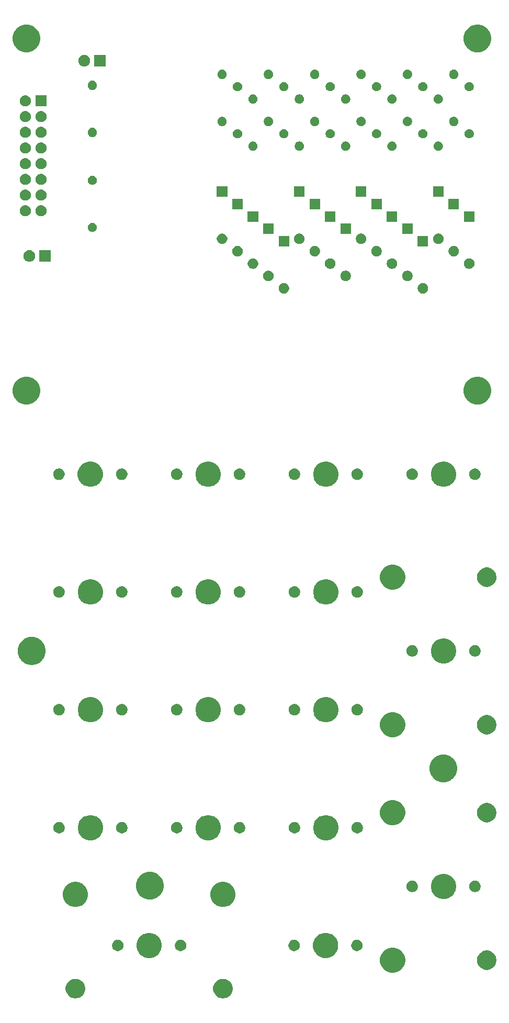
<source format=gbr>
G04 #@! TF.GenerationSoftware,KiCad,Pcbnew,(5.1.5)-3*
G04 #@! TF.CreationDate,2021-09-09T22:57:11-04:00*
G04 #@! TF.ProjectId,numpad_pcb,6e756d70-6164-45f7-9063-622e6b696361,rev?*
G04 #@! TF.SameCoordinates,Original*
G04 #@! TF.FileFunction,Soldermask,Top*
G04 #@! TF.FilePolarity,Negative*
%FSLAX46Y46*%
G04 Gerber Fmt 4.6, Leading zero omitted, Abs format (unit mm)*
G04 Created by KiCad (PCBNEW (5.1.5)-3) date 2021-09-09 22:57:11*
%MOMM*%
%LPD*%
G04 APERTURE LIST*
%ADD10C,0.100000*%
G04 APERTURE END LIST*
D10*
G36*
X99645267Y-182190263D02*
G01*
X99797411Y-182220526D01*
X99916137Y-182269704D01*
X100084041Y-182339252D01*
X100084042Y-182339253D01*
X100342004Y-182511617D01*
X100561383Y-182730996D01*
X100676553Y-182903361D01*
X100733748Y-182988959D01*
X100852474Y-183275590D01*
X100913000Y-183579875D01*
X100913000Y-183890125D01*
X100852474Y-184194410D01*
X100733748Y-184481041D01*
X100733747Y-184481042D01*
X100561383Y-184739004D01*
X100342004Y-184958383D01*
X100169639Y-185073553D01*
X100084041Y-185130748D01*
X99916137Y-185200296D01*
X99797411Y-185249474D01*
X99645267Y-185279737D01*
X99493125Y-185310000D01*
X99182875Y-185310000D01*
X99030733Y-185279737D01*
X98878589Y-185249474D01*
X98759863Y-185200296D01*
X98591959Y-185130748D01*
X98506361Y-185073553D01*
X98333996Y-184958383D01*
X98114617Y-184739004D01*
X97942253Y-184481042D01*
X97942252Y-184481041D01*
X97823526Y-184194410D01*
X97763000Y-183890125D01*
X97763000Y-183579875D01*
X97823526Y-183275590D01*
X97942252Y-182988959D01*
X97999447Y-182903361D01*
X98114617Y-182730996D01*
X98333996Y-182511617D01*
X98591958Y-182339253D01*
X98591959Y-182339252D01*
X98759863Y-182269704D01*
X98878589Y-182220526D01*
X99030733Y-182190263D01*
X99182875Y-182160000D01*
X99493125Y-182160000D01*
X99645267Y-182190263D01*
G37*
G36*
X75769267Y-182190263D02*
G01*
X75921411Y-182220526D01*
X76040137Y-182269704D01*
X76208041Y-182339252D01*
X76208042Y-182339253D01*
X76466004Y-182511617D01*
X76685383Y-182730996D01*
X76800553Y-182903361D01*
X76857748Y-182988959D01*
X76976474Y-183275590D01*
X77037000Y-183579875D01*
X77037000Y-183890125D01*
X76976474Y-184194410D01*
X76857748Y-184481041D01*
X76857747Y-184481042D01*
X76685383Y-184739004D01*
X76466004Y-184958383D01*
X76293639Y-185073553D01*
X76208041Y-185130748D01*
X76040137Y-185200296D01*
X75921411Y-185249474D01*
X75769267Y-185279737D01*
X75617125Y-185310000D01*
X75306875Y-185310000D01*
X75154733Y-185279737D01*
X75002589Y-185249474D01*
X74883863Y-185200296D01*
X74715959Y-185130748D01*
X74630361Y-185073553D01*
X74457996Y-184958383D01*
X74238617Y-184739004D01*
X74066253Y-184481042D01*
X74066252Y-184481041D01*
X73947526Y-184194410D01*
X73887000Y-183890125D01*
X73887000Y-183579875D01*
X73947526Y-183275590D01*
X74066252Y-182988959D01*
X74123447Y-182903361D01*
X74238617Y-182730996D01*
X74457996Y-182511617D01*
X74715958Y-182339253D01*
X74715959Y-182339252D01*
X74883863Y-182269704D01*
X75002589Y-182220526D01*
X75154733Y-182190263D01*
X75306875Y-182160000D01*
X75617125Y-182160000D01*
X75769267Y-182190263D01*
G37*
G36*
X127391474Y-177171684D02*
G01*
X127609474Y-177261983D01*
X127763623Y-177325833D01*
X128098548Y-177549623D01*
X128383377Y-177834452D01*
X128607167Y-178169377D01*
X128607167Y-178169378D01*
X128761316Y-178541526D01*
X128839900Y-178936594D01*
X128839900Y-179339406D01*
X128761316Y-179734474D01*
X128699363Y-179884041D01*
X128607167Y-180106623D01*
X128383377Y-180441548D01*
X128098548Y-180726377D01*
X127763623Y-180950167D01*
X127609474Y-181014017D01*
X127391474Y-181104316D01*
X126996406Y-181182900D01*
X126593594Y-181182900D01*
X126198526Y-181104316D01*
X125980526Y-181014017D01*
X125826377Y-180950167D01*
X125491452Y-180726377D01*
X125206623Y-180441548D01*
X124982833Y-180106623D01*
X124890637Y-179884041D01*
X124828684Y-179734474D01*
X124750100Y-179339406D01*
X124750100Y-178936594D01*
X124828684Y-178541526D01*
X124982833Y-178169378D01*
X124982833Y-178169377D01*
X125206623Y-177834452D01*
X125491452Y-177549623D01*
X125826377Y-177325833D01*
X125980526Y-177261983D01*
X126198526Y-177171684D01*
X126593594Y-177093100D01*
X126996406Y-177093100D01*
X127391474Y-177171684D01*
G37*
G36*
X142494411Y-177623526D02*
G01*
X142535184Y-177640415D01*
X142781041Y-177742252D01*
X142781042Y-177742253D01*
X143039004Y-177914617D01*
X143258383Y-178133996D01*
X143282024Y-178169378D01*
X143430748Y-178391959D01*
X143492700Y-178541525D01*
X143549474Y-178678589D01*
X143610000Y-178982875D01*
X143610000Y-179293125D01*
X143549474Y-179597410D01*
X143430748Y-179884041D01*
X143430747Y-179884042D01*
X143258383Y-180142004D01*
X143039004Y-180361383D01*
X142919028Y-180441548D01*
X142781041Y-180533748D01*
X142613137Y-180603296D01*
X142494411Y-180652474D01*
X142342267Y-180682737D01*
X142190125Y-180713000D01*
X141879875Y-180713000D01*
X141727733Y-180682737D01*
X141575589Y-180652474D01*
X141456863Y-180603296D01*
X141288959Y-180533748D01*
X141150972Y-180441548D01*
X141030996Y-180361383D01*
X140811617Y-180142004D01*
X140639253Y-179884042D01*
X140639252Y-179884041D01*
X140520526Y-179597410D01*
X140460000Y-179293125D01*
X140460000Y-178982875D01*
X140520526Y-178678589D01*
X140577300Y-178541525D01*
X140639252Y-178391959D01*
X140787976Y-178169378D01*
X140811617Y-178133996D01*
X141030996Y-177914617D01*
X141288958Y-177742253D01*
X141288959Y-177742252D01*
X141534816Y-177640415D01*
X141575589Y-177623526D01*
X141879875Y-177563000D01*
X142190125Y-177563000D01*
X142494411Y-177623526D01*
G37*
G36*
X116546474Y-174783684D02*
G01*
X116764474Y-174873983D01*
X116918623Y-174937833D01*
X117253548Y-175161623D01*
X117538377Y-175446452D01*
X117762167Y-175781377D01*
X117794562Y-175859586D01*
X117916316Y-176153526D01*
X117994900Y-176548594D01*
X117994900Y-176951406D01*
X117916316Y-177346474D01*
X117865451Y-177469272D01*
X117762167Y-177718623D01*
X117538377Y-178053548D01*
X117253548Y-178338377D01*
X116918623Y-178562167D01*
X116764474Y-178626017D01*
X116546474Y-178716316D01*
X116151406Y-178794900D01*
X115748594Y-178794900D01*
X115353526Y-178716316D01*
X115135526Y-178626017D01*
X114981377Y-178562167D01*
X114646452Y-178338377D01*
X114361623Y-178053548D01*
X114137833Y-177718623D01*
X114034549Y-177469272D01*
X113983684Y-177346474D01*
X113905100Y-176951406D01*
X113905100Y-176548594D01*
X113983684Y-176153526D01*
X114105438Y-175859586D01*
X114137833Y-175781377D01*
X114361623Y-175446452D01*
X114646452Y-175161623D01*
X114981377Y-174937833D01*
X115135526Y-174873983D01*
X115353526Y-174783684D01*
X115748594Y-174705100D01*
X116151406Y-174705100D01*
X116546474Y-174783684D01*
G37*
G36*
X87996474Y-174783684D02*
G01*
X88214474Y-174873983D01*
X88368623Y-174937833D01*
X88703548Y-175161623D01*
X88988377Y-175446452D01*
X89212167Y-175781377D01*
X89244562Y-175859586D01*
X89366316Y-176153526D01*
X89444900Y-176548594D01*
X89444900Y-176951406D01*
X89366316Y-177346474D01*
X89315451Y-177469272D01*
X89212167Y-177718623D01*
X88988377Y-178053548D01*
X88703548Y-178338377D01*
X88368623Y-178562167D01*
X88214474Y-178626017D01*
X87996474Y-178716316D01*
X87601406Y-178794900D01*
X87198594Y-178794900D01*
X86803526Y-178716316D01*
X86585526Y-178626017D01*
X86431377Y-178562167D01*
X86096452Y-178338377D01*
X85811623Y-178053548D01*
X85587833Y-177718623D01*
X85484549Y-177469272D01*
X85433684Y-177346474D01*
X85355100Y-176951406D01*
X85355100Y-176548594D01*
X85433684Y-176153526D01*
X85555438Y-175859586D01*
X85587833Y-175781377D01*
X85811623Y-175446452D01*
X86096452Y-175161623D01*
X86431377Y-174937833D01*
X86585526Y-174873983D01*
X86803526Y-174783684D01*
X87198594Y-174705100D01*
X87601406Y-174705100D01*
X87996474Y-174783684D01*
G37*
G36*
X121300104Y-175859585D02*
G01*
X121468626Y-175929389D01*
X121620291Y-176030728D01*
X121749272Y-176159709D01*
X121850611Y-176311374D01*
X121920415Y-176479896D01*
X121956000Y-176658797D01*
X121956000Y-176841203D01*
X121920415Y-177020104D01*
X121850611Y-177188626D01*
X121749272Y-177340291D01*
X121620291Y-177469272D01*
X121468626Y-177570611D01*
X121300104Y-177640415D01*
X121121203Y-177676000D01*
X120938797Y-177676000D01*
X120759896Y-177640415D01*
X120591374Y-177570611D01*
X120439709Y-177469272D01*
X120310728Y-177340291D01*
X120209389Y-177188626D01*
X120139585Y-177020104D01*
X120104000Y-176841203D01*
X120104000Y-176658797D01*
X120139585Y-176479896D01*
X120209389Y-176311374D01*
X120310728Y-176159709D01*
X120439709Y-176030728D01*
X120591374Y-175929389D01*
X120759896Y-175859585D01*
X120938797Y-175824000D01*
X121121203Y-175824000D01*
X121300104Y-175859585D01*
G37*
G36*
X111140104Y-175859585D02*
G01*
X111308626Y-175929389D01*
X111460291Y-176030728D01*
X111589272Y-176159709D01*
X111690611Y-176311374D01*
X111760415Y-176479896D01*
X111796000Y-176658797D01*
X111796000Y-176841203D01*
X111760415Y-177020104D01*
X111690611Y-177188626D01*
X111589272Y-177340291D01*
X111460291Y-177469272D01*
X111308626Y-177570611D01*
X111140104Y-177640415D01*
X110961203Y-177676000D01*
X110778797Y-177676000D01*
X110599896Y-177640415D01*
X110431374Y-177570611D01*
X110279709Y-177469272D01*
X110150728Y-177340291D01*
X110049389Y-177188626D01*
X109979585Y-177020104D01*
X109944000Y-176841203D01*
X109944000Y-176658797D01*
X109979585Y-176479896D01*
X110049389Y-176311374D01*
X110150728Y-176159709D01*
X110279709Y-176030728D01*
X110431374Y-175929389D01*
X110599896Y-175859585D01*
X110778797Y-175824000D01*
X110961203Y-175824000D01*
X111140104Y-175859585D01*
G37*
G36*
X92750104Y-175859585D02*
G01*
X92918626Y-175929389D01*
X93070291Y-176030728D01*
X93199272Y-176159709D01*
X93300611Y-176311374D01*
X93370415Y-176479896D01*
X93406000Y-176658797D01*
X93406000Y-176841203D01*
X93370415Y-177020104D01*
X93300611Y-177188626D01*
X93199272Y-177340291D01*
X93070291Y-177469272D01*
X92918626Y-177570611D01*
X92750104Y-177640415D01*
X92571203Y-177676000D01*
X92388797Y-177676000D01*
X92209896Y-177640415D01*
X92041374Y-177570611D01*
X91889709Y-177469272D01*
X91760728Y-177340291D01*
X91659389Y-177188626D01*
X91589585Y-177020104D01*
X91554000Y-176841203D01*
X91554000Y-176658797D01*
X91589585Y-176479896D01*
X91659389Y-176311374D01*
X91760728Y-176159709D01*
X91889709Y-176030728D01*
X92041374Y-175929389D01*
X92209896Y-175859585D01*
X92388797Y-175824000D01*
X92571203Y-175824000D01*
X92750104Y-175859585D01*
G37*
G36*
X82590104Y-175859585D02*
G01*
X82758626Y-175929389D01*
X82910291Y-176030728D01*
X83039272Y-176159709D01*
X83140611Y-176311374D01*
X83210415Y-176479896D01*
X83246000Y-176658797D01*
X83246000Y-176841203D01*
X83210415Y-177020104D01*
X83140611Y-177188626D01*
X83039272Y-177340291D01*
X82910291Y-177469272D01*
X82758626Y-177570611D01*
X82590104Y-177640415D01*
X82411203Y-177676000D01*
X82228797Y-177676000D01*
X82049896Y-177640415D01*
X81881374Y-177570611D01*
X81729709Y-177469272D01*
X81600728Y-177340291D01*
X81499389Y-177188626D01*
X81429585Y-177020104D01*
X81394000Y-176841203D01*
X81394000Y-176658797D01*
X81429585Y-176479896D01*
X81499389Y-176311374D01*
X81600728Y-176159709D01*
X81729709Y-176030728D01*
X81881374Y-175929389D01*
X82049896Y-175859585D01*
X82228797Y-175824000D01*
X82411203Y-175824000D01*
X82590104Y-175859585D01*
G37*
G36*
X99934474Y-166528684D02*
G01*
X100115156Y-166603525D01*
X100306623Y-166682833D01*
X100641548Y-166906623D01*
X100926377Y-167191452D01*
X101150167Y-167526377D01*
X101150167Y-167526378D01*
X101304316Y-167898526D01*
X101382900Y-168293594D01*
X101382900Y-168696406D01*
X101304316Y-169091474D01*
X101273315Y-169166316D01*
X101150167Y-169463623D01*
X100926377Y-169798548D01*
X100641548Y-170083377D01*
X100306623Y-170307167D01*
X100152474Y-170371017D01*
X99934474Y-170461316D01*
X99539406Y-170539900D01*
X99136594Y-170539900D01*
X98741526Y-170461316D01*
X98523526Y-170371017D01*
X98369377Y-170307167D01*
X98034452Y-170083377D01*
X97749623Y-169798548D01*
X97525833Y-169463623D01*
X97402685Y-169166316D01*
X97371684Y-169091474D01*
X97293100Y-168696406D01*
X97293100Y-168293594D01*
X97371684Y-167898526D01*
X97525833Y-167526378D01*
X97525833Y-167526377D01*
X97749623Y-167191452D01*
X98034452Y-166906623D01*
X98369377Y-166682833D01*
X98560844Y-166603525D01*
X98741526Y-166528684D01*
X99136594Y-166450100D01*
X99539406Y-166450100D01*
X99934474Y-166528684D01*
G37*
G36*
X76058474Y-166528684D02*
G01*
X76239156Y-166603525D01*
X76430623Y-166682833D01*
X76765548Y-166906623D01*
X77050377Y-167191452D01*
X77274167Y-167526377D01*
X77274167Y-167526378D01*
X77428316Y-167898526D01*
X77506900Y-168293594D01*
X77506900Y-168696406D01*
X77428316Y-169091474D01*
X77397315Y-169166316D01*
X77274167Y-169463623D01*
X77050377Y-169798548D01*
X76765548Y-170083377D01*
X76430623Y-170307167D01*
X76276474Y-170371017D01*
X76058474Y-170461316D01*
X75663406Y-170539900D01*
X75260594Y-170539900D01*
X74865526Y-170461316D01*
X74647526Y-170371017D01*
X74493377Y-170307167D01*
X74158452Y-170083377D01*
X73873623Y-169798548D01*
X73649833Y-169463623D01*
X73526685Y-169166316D01*
X73495684Y-169091474D01*
X73417100Y-168696406D01*
X73417100Y-168293594D01*
X73495684Y-167898526D01*
X73649833Y-167526378D01*
X73649833Y-167526377D01*
X73873623Y-167191452D01*
X74158452Y-166906623D01*
X74493377Y-166682833D01*
X74684844Y-166603525D01*
X74865526Y-166528684D01*
X75260594Y-166450100D01*
X75663406Y-166450100D01*
X76058474Y-166528684D01*
G37*
G36*
X87775880Y-164859776D02*
G01*
X88156593Y-164935504D01*
X88566249Y-165105189D01*
X88934929Y-165351534D01*
X89248466Y-165665071D01*
X89494811Y-166033751D01*
X89664496Y-166443407D01*
X89751000Y-166878296D01*
X89751000Y-167321704D01*
X89664496Y-167756593D01*
X89494811Y-168166249D01*
X89248466Y-168534929D01*
X88934929Y-168848466D01*
X88566249Y-169094811D01*
X88156593Y-169264496D01*
X87775880Y-169340224D01*
X87721705Y-169351000D01*
X87278295Y-169351000D01*
X87224120Y-169340224D01*
X86843407Y-169264496D01*
X86433751Y-169094811D01*
X86065071Y-168848466D01*
X85751534Y-168534929D01*
X85505189Y-168166249D01*
X85335504Y-167756593D01*
X85249000Y-167321704D01*
X85249000Y-166878296D01*
X85335504Y-166443407D01*
X85505189Y-166033751D01*
X85751534Y-165665071D01*
X86065071Y-165351534D01*
X86433751Y-165105189D01*
X86843407Y-164935504D01*
X87224120Y-164859776D01*
X87278295Y-164849000D01*
X87721705Y-164849000D01*
X87775880Y-164859776D01*
G37*
G36*
X135646474Y-165233684D02*
G01*
X135864474Y-165323983D01*
X136018623Y-165387833D01*
X136353548Y-165611623D01*
X136638377Y-165896452D01*
X136862167Y-166231377D01*
X136894562Y-166309586D01*
X137016316Y-166603526D01*
X137094900Y-166998594D01*
X137094900Y-167401406D01*
X137016316Y-167796474D01*
X136965451Y-167919272D01*
X136862167Y-168168623D01*
X136638377Y-168503548D01*
X136353548Y-168788377D01*
X136018623Y-169012167D01*
X135864474Y-169076017D01*
X135646474Y-169166316D01*
X135251406Y-169244900D01*
X134848594Y-169244900D01*
X134453526Y-169166316D01*
X134235526Y-169076017D01*
X134081377Y-169012167D01*
X133746452Y-168788377D01*
X133461623Y-168503548D01*
X133237833Y-168168623D01*
X133134549Y-167919272D01*
X133083684Y-167796474D01*
X133005100Y-167401406D01*
X133005100Y-166998594D01*
X133083684Y-166603526D01*
X133205438Y-166309586D01*
X133237833Y-166231377D01*
X133461623Y-165896452D01*
X133746452Y-165611623D01*
X134081377Y-165387833D01*
X134235526Y-165323983D01*
X134453526Y-165233684D01*
X134848594Y-165155100D01*
X135251406Y-165155100D01*
X135646474Y-165233684D01*
G37*
G36*
X130240104Y-166309585D02*
G01*
X130408626Y-166379389D01*
X130560291Y-166480728D01*
X130689272Y-166609709D01*
X130790611Y-166761374D01*
X130860415Y-166929896D01*
X130896000Y-167108797D01*
X130896000Y-167291203D01*
X130860415Y-167470104D01*
X130790611Y-167638626D01*
X130689272Y-167790291D01*
X130560291Y-167919272D01*
X130408626Y-168020611D01*
X130240104Y-168090415D01*
X130061203Y-168126000D01*
X129878797Y-168126000D01*
X129699896Y-168090415D01*
X129531374Y-168020611D01*
X129379709Y-167919272D01*
X129250728Y-167790291D01*
X129149389Y-167638626D01*
X129079585Y-167470104D01*
X129044000Y-167291203D01*
X129044000Y-167108797D01*
X129079585Y-166929896D01*
X129149389Y-166761374D01*
X129250728Y-166609709D01*
X129379709Y-166480728D01*
X129531374Y-166379389D01*
X129699896Y-166309585D01*
X129878797Y-166274000D01*
X130061203Y-166274000D01*
X130240104Y-166309585D01*
G37*
G36*
X140400104Y-166309585D02*
G01*
X140568626Y-166379389D01*
X140720291Y-166480728D01*
X140849272Y-166609709D01*
X140950611Y-166761374D01*
X141020415Y-166929896D01*
X141056000Y-167108797D01*
X141056000Y-167291203D01*
X141020415Y-167470104D01*
X140950611Y-167638626D01*
X140849272Y-167790291D01*
X140720291Y-167919272D01*
X140568626Y-168020611D01*
X140400104Y-168090415D01*
X140221203Y-168126000D01*
X140038797Y-168126000D01*
X139859896Y-168090415D01*
X139691374Y-168020611D01*
X139539709Y-167919272D01*
X139410728Y-167790291D01*
X139309389Y-167638626D01*
X139239585Y-167470104D01*
X139204000Y-167291203D01*
X139204000Y-167108797D01*
X139239585Y-166929896D01*
X139309389Y-166761374D01*
X139410728Y-166609709D01*
X139539709Y-166480728D01*
X139691374Y-166379389D01*
X139859896Y-166309585D01*
X140038797Y-166274000D01*
X140221203Y-166274000D01*
X140400104Y-166309585D01*
G37*
G36*
X78496474Y-155733684D02*
G01*
X78714474Y-155823983D01*
X78868623Y-155887833D01*
X79203548Y-156111623D01*
X79488377Y-156396452D01*
X79712167Y-156731377D01*
X79744562Y-156809586D01*
X79866316Y-157103526D01*
X79944900Y-157498594D01*
X79944900Y-157901406D01*
X79866316Y-158296474D01*
X79815451Y-158419272D01*
X79712167Y-158668623D01*
X79488377Y-159003548D01*
X79203548Y-159288377D01*
X78868623Y-159512167D01*
X78714474Y-159576017D01*
X78496474Y-159666316D01*
X78101406Y-159744900D01*
X77698594Y-159744900D01*
X77303526Y-159666316D01*
X77085526Y-159576017D01*
X76931377Y-159512167D01*
X76596452Y-159288377D01*
X76311623Y-159003548D01*
X76087833Y-158668623D01*
X75984549Y-158419272D01*
X75933684Y-158296474D01*
X75855100Y-157901406D01*
X75855100Y-157498594D01*
X75933684Y-157103526D01*
X76055438Y-156809586D01*
X76087833Y-156731377D01*
X76311623Y-156396452D01*
X76596452Y-156111623D01*
X76931377Y-155887833D01*
X77085526Y-155823983D01*
X77303526Y-155733684D01*
X77698594Y-155655100D01*
X78101406Y-155655100D01*
X78496474Y-155733684D01*
G37*
G36*
X116596474Y-155733684D02*
G01*
X116814474Y-155823983D01*
X116968623Y-155887833D01*
X117303548Y-156111623D01*
X117588377Y-156396452D01*
X117812167Y-156731377D01*
X117844562Y-156809586D01*
X117966316Y-157103526D01*
X118044900Y-157498594D01*
X118044900Y-157901406D01*
X117966316Y-158296474D01*
X117915451Y-158419272D01*
X117812167Y-158668623D01*
X117588377Y-159003548D01*
X117303548Y-159288377D01*
X116968623Y-159512167D01*
X116814474Y-159576017D01*
X116596474Y-159666316D01*
X116201406Y-159744900D01*
X115798594Y-159744900D01*
X115403526Y-159666316D01*
X115185526Y-159576017D01*
X115031377Y-159512167D01*
X114696452Y-159288377D01*
X114411623Y-159003548D01*
X114187833Y-158668623D01*
X114084549Y-158419272D01*
X114033684Y-158296474D01*
X113955100Y-157901406D01*
X113955100Y-157498594D01*
X114033684Y-157103526D01*
X114155438Y-156809586D01*
X114187833Y-156731377D01*
X114411623Y-156396452D01*
X114696452Y-156111623D01*
X115031377Y-155887833D01*
X115185526Y-155823983D01*
X115403526Y-155733684D01*
X115798594Y-155655100D01*
X116201406Y-155655100D01*
X116596474Y-155733684D01*
G37*
G36*
X97546474Y-155733684D02*
G01*
X97764474Y-155823983D01*
X97918623Y-155887833D01*
X98253548Y-156111623D01*
X98538377Y-156396452D01*
X98762167Y-156731377D01*
X98794562Y-156809586D01*
X98916316Y-157103526D01*
X98994900Y-157498594D01*
X98994900Y-157901406D01*
X98916316Y-158296474D01*
X98865451Y-158419272D01*
X98762167Y-158668623D01*
X98538377Y-159003548D01*
X98253548Y-159288377D01*
X97918623Y-159512167D01*
X97764474Y-159576017D01*
X97546474Y-159666316D01*
X97151406Y-159744900D01*
X96748594Y-159744900D01*
X96353526Y-159666316D01*
X96135526Y-159576017D01*
X95981377Y-159512167D01*
X95646452Y-159288377D01*
X95361623Y-159003548D01*
X95137833Y-158668623D01*
X95034549Y-158419272D01*
X94983684Y-158296474D01*
X94905100Y-157901406D01*
X94905100Y-157498594D01*
X94983684Y-157103526D01*
X95105438Y-156809586D01*
X95137833Y-156731377D01*
X95361623Y-156396452D01*
X95646452Y-156111623D01*
X95981377Y-155887833D01*
X96135526Y-155823983D01*
X96353526Y-155733684D01*
X96748594Y-155655100D01*
X97151406Y-155655100D01*
X97546474Y-155733684D01*
G37*
G36*
X73090104Y-156809585D02*
G01*
X73258626Y-156879389D01*
X73410291Y-156980728D01*
X73539272Y-157109709D01*
X73640611Y-157261374D01*
X73710415Y-157429896D01*
X73746000Y-157608797D01*
X73746000Y-157791203D01*
X73710415Y-157970104D01*
X73640611Y-158138626D01*
X73539272Y-158290291D01*
X73410291Y-158419272D01*
X73258626Y-158520611D01*
X73090104Y-158590415D01*
X72911203Y-158626000D01*
X72728797Y-158626000D01*
X72549896Y-158590415D01*
X72381374Y-158520611D01*
X72229709Y-158419272D01*
X72100728Y-158290291D01*
X71999389Y-158138626D01*
X71929585Y-157970104D01*
X71894000Y-157791203D01*
X71894000Y-157608797D01*
X71929585Y-157429896D01*
X71999389Y-157261374D01*
X72100728Y-157109709D01*
X72229709Y-156980728D01*
X72381374Y-156879389D01*
X72549896Y-156809585D01*
X72728797Y-156774000D01*
X72911203Y-156774000D01*
X73090104Y-156809585D01*
G37*
G36*
X92140104Y-156809585D02*
G01*
X92308626Y-156879389D01*
X92460291Y-156980728D01*
X92589272Y-157109709D01*
X92690611Y-157261374D01*
X92760415Y-157429896D01*
X92796000Y-157608797D01*
X92796000Y-157791203D01*
X92760415Y-157970104D01*
X92690611Y-158138626D01*
X92589272Y-158290291D01*
X92460291Y-158419272D01*
X92308626Y-158520611D01*
X92140104Y-158590415D01*
X91961203Y-158626000D01*
X91778797Y-158626000D01*
X91599896Y-158590415D01*
X91431374Y-158520611D01*
X91279709Y-158419272D01*
X91150728Y-158290291D01*
X91049389Y-158138626D01*
X90979585Y-157970104D01*
X90944000Y-157791203D01*
X90944000Y-157608797D01*
X90979585Y-157429896D01*
X91049389Y-157261374D01*
X91150728Y-157109709D01*
X91279709Y-156980728D01*
X91431374Y-156879389D01*
X91599896Y-156809585D01*
X91778797Y-156774000D01*
X91961203Y-156774000D01*
X92140104Y-156809585D01*
G37*
G36*
X102300104Y-156809585D02*
G01*
X102468626Y-156879389D01*
X102620291Y-156980728D01*
X102749272Y-157109709D01*
X102850611Y-157261374D01*
X102920415Y-157429896D01*
X102956000Y-157608797D01*
X102956000Y-157791203D01*
X102920415Y-157970104D01*
X102850611Y-158138626D01*
X102749272Y-158290291D01*
X102620291Y-158419272D01*
X102468626Y-158520611D01*
X102300104Y-158590415D01*
X102121203Y-158626000D01*
X101938797Y-158626000D01*
X101759896Y-158590415D01*
X101591374Y-158520611D01*
X101439709Y-158419272D01*
X101310728Y-158290291D01*
X101209389Y-158138626D01*
X101139585Y-157970104D01*
X101104000Y-157791203D01*
X101104000Y-157608797D01*
X101139585Y-157429896D01*
X101209389Y-157261374D01*
X101310728Y-157109709D01*
X101439709Y-156980728D01*
X101591374Y-156879389D01*
X101759896Y-156809585D01*
X101938797Y-156774000D01*
X102121203Y-156774000D01*
X102300104Y-156809585D01*
G37*
G36*
X111190104Y-156809585D02*
G01*
X111358626Y-156879389D01*
X111510291Y-156980728D01*
X111639272Y-157109709D01*
X111740611Y-157261374D01*
X111810415Y-157429896D01*
X111846000Y-157608797D01*
X111846000Y-157791203D01*
X111810415Y-157970104D01*
X111740611Y-158138626D01*
X111639272Y-158290291D01*
X111510291Y-158419272D01*
X111358626Y-158520611D01*
X111190104Y-158590415D01*
X111011203Y-158626000D01*
X110828797Y-158626000D01*
X110649896Y-158590415D01*
X110481374Y-158520611D01*
X110329709Y-158419272D01*
X110200728Y-158290291D01*
X110099389Y-158138626D01*
X110029585Y-157970104D01*
X109994000Y-157791203D01*
X109994000Y-157608797D01*
X110029585Y-157429896D01*
X110099389Y-157261374D01*
X110200728Y-157109709D01*
X110329709Y-156980728D01*
X110481374Y-156879389D01*
X110649896Y-156809585D01*
X110828797Y-156774000D01*
X111011203Y-156774000D01*
X111190104Y-156809585D01*
G37*
G36*
X83250104Y-156809585D02*
G01*
X83418626Y-156879389D01*
X83570291Y-156980728D01*
X83699272Y-157109709D01*
X83800611Y-157261374D01*
X83870415Y-157429896D01*
X83906000Y-157608797D01*
X83906000Y-157791203D01*
X83870415Y-157970104D01*
X83800611Y-158138626D01*
X83699272Y-158290291D01*
X83570291Y-158419272D01*
X83418626Y-158520611D01*
X83250104Y-158590415D01*
X83071203Y-158626000D01*
X82888797Y-158626000D01*
X82709896Y-158590415D01*
X82541374Y-158520611D01*
X82389709Y-158419272D01*
X82260728Y-158290291D01*
X82159389Y-158138626D01*
X82089585Y-157970104D01*
X82054000Y-157791203D01*
X82054000Y-157608797D01*
X82089585Y-157429896D01*
X82159389Y-157261374D01*
X82260728Y-157109709D01*
X82389709Y-156980728D01*
X82541374Y-156879389D01*
X82709896Y-156809585D01*
X82888797Y-156774000D01*
X83071203Y-156774000D01*
X83250104Y-156809585D01*
G37*
G36*
X121350104Y-156809585D02*
G01*
X121518626Y-156879389D01*
X121670291Y-156980728D01*
X121799272Y-157109709D01*
X121900611Y-157261374D01*
X121970415Y-157429896D01*
X122006000Y-157608797D01*
X122006000Y-157791203D01*
X121970415Y-157970104D01*
X121900611Y-158138626D01*
X121799272Y-158290291D01*
X121670291Y-158419272D01*
X121518626Y-158520611D01*
X121350104Y-158590415D01*
X121171203Y-158626000D01*
X120988797Y-158626000D01*
X120809896Y-158590415D01*
X120641374Y-158520611D01*
X120489709Y-158419272D01*
X120360728Y-158290291D01*
X120259389Y-158138626D01*
X120189585Y-157970104D01*
X120154000Y-157791203D01*
X120154000Y-157608797D01*
X120189585Y-157429896D01*
X120259389Y-157261374D01*
X120360728Y-157109709D01*
X120489709Y-156980728D01*
X120641374Y-156879389D01*
X120809896Y-156809585D01*
X120988797Y-156774000D01*
X121171203Y-156774000D01*
X121350104Y-156809585D01*
G37*
G36*
X127391474Y-153295684D02*
G01*
X127609474Y-153385983D01*
X127763623Y-153449833D01*
X128098548Y-153673623D01*
X128383377Y-153958452D01*
X128607167Y-154293377D01*
X128607167Y-154293378D01*
X128761316Y-154665526D01*
X128839900Y-155060594D01*
X128839900Y-155463406D01*
X128761316Y-155858474D01*
X128749155Y-155887833D01*
X128607167Y-156230623D01*
X128383377Y-156565548D01*
X128098548Y-156850377D01*
X127763623Y-157074167D01*
X127677814Y-157109710D01*
X127391474Y-157228316D01*
X126996406Y-157306900D01*
X126593594Y-157306900D01*
X126198526Y-157228316D01*
X125912186Y-157109710D01*
X125826377Y-157074167D01*
X125491452Y-156850377D01*
X125206623Y-156565548D01*
X124982833Y-156230623D01*
X124840845Y-155887833D01*
X124828684Y-155858474D01*
X124750100Y-155463406D01*
X124750100Y-155060594D01*
X124828684Y-154665526D01*
X124982833Y-154293378D01*
X124982833Y-154293377D01*
X125206623Y-153958452D01*
X125491452Y-153673623D01*
X125826377Y-153449833D01*
X125980526Y-153385983D01*
X126198526Y-153295684D01*
X126593594Y-153217100D01*
X126996406Y-153217100D01*
X127391474Y-153295684D01*
G37*
G36*
X142342267Y-153717263D02*
G01*
X142494411Y-153747526D01*
X142613137Y-153796704D01*
X142781041Y-153866252D01*
X142781042Y-153866253D01*
X143039004Y-154038617D01*
X143258383Y-154257996D01*
X143282024Y-154293378D01*
X143430748Y-154515959D01*
X143549474Y-154802590D01*
X143610000Y-155106875D01*
X143610000Y-155417125D01*
X143549474Y-155721410D01*
X143430748Y-156008041D01*
X143430747Y-156008042D01*
X143258383Y-156266004D01*
X143039004Y-156485383D01*
X142919028Y-156565548D01*
X142781041Y-156657748D01*
X142613137Y-156727296D01*
X142494411Y-156776474D01*
X142342267Y-156806737D01*
X142190125Y-156837000D01*
X141879875Y-156837000D01*
X141727733Y-156806737D01*
X141575589Y-156776474D01*
X141456863Y-156727296D01*
X141288959Y-156657748D01*
X141150972Y-156565548D01*
X141030996Y-156485383D01*
X140811617Y-156266004D01*
X140639253Y-156008042D01*
X140639252Y-156008041D01*
X140520526Y-155721410D01*
X140460000Y-155417125D01*
X140460000Y-155106875D01*
X140520526Y-154802590D01*
X140639252Y-154515959D01*
X140787976Y-154293378D01*
X140811617Y-154257996D01*
X141030996Y-154038617D01*
X141288958Y-153866253D01*
X141288959Y-153866252D01*
X141456863Y-153796704D01*
X141575589Y-153747526D01*
X141727733Y-153717263D01*
X141879875Y-153687000D01*
X142190125Y-153687000D01*
X142342267Y-153717263D01*
G37*
G36*
X135275880Y-145859776D02*
G01*
X135656593Y-145935504D01*
X136066249Y-146105189D01*
X136434929Y-146351534D01*
X136748466Y-146665071D01*
X136994811Y-147033751D01*
X137164496Y-147443407D01*
X137251000Y-147878296D01*
X137251000Y-148321704D01*
X137164496Y-148756593D01*
X136994811Y-149166249D01*
X136748466Y-149534929D01*
X136434929Y-149848466D01*
X136066249Y-150094811D01*
X135656593Y-150264496D01*
X135275880Y-150340224D01*
X135221705Y-150351000D01*
X134778295Y-150351000D01*
X134724120Y-150340224D01*
X134343407Y-150264496D01*
X133933751Y-150094811D01*
X133565071Y-149848466D01*
X133251534Y-149534929D01*
X133005189Y-149166249D01*
X132835504Y-148756593D01*
X132749000Y-148321704D01*
X132749000Y-147878296D01*
X132835504Y-147443407D01*
X133005189Y-147033751D01*
X133251534Y-146665071D01*
X133565071Y-146351534D01*
X133933751Y-146105189D01*
X134343407Y-145935504D01*
X134724120Y-145859776D01*
X134778295Y-145849000D01*
X135221705Y-145849000D01*
X135275880Y-145859776D01*
G37*
G36*
X127391474Y-139071684D02*
G01*
X127609474Y-139161983D01*
X127763623Y-139225833D01*
X128098548Y-139449623D01*
X128383377Y-139734452D01*
X128607167Y-140069377D01*
X128607167Y-140069378D01*
X128761316Y-140441526D01*
X128839900Y-140836594D01*
X128839900Y-141239406D01*
X128761316Y-141634474D01*
X128699363Y-141784041D01*
X128607167Y-142006623D01*
X128383377Y-142341548D01*
X128098548Y-142626377D01*
X127763623Y-142850167D01*
X127609474Y-142914017D01*
X127391474Y-143004316D01*
X126996406Y-143082900D01*
X126593594Y-143082900D01*
X126198526Y-143004316D01*
X125980526Y-142914017D01*
X125826377Y-142850167D01*
X125491452Y-142626377D01*
X125206623Y-142341548D01*
X124982833Y-142006623D01*
X124890637Y-141784041D01*
X124828684Y-141634474D01*
X124750100Y-141239406D01*
X124750100Y-140836594D01*
X124828684Y-140441526D01*
X124982833Y-140069378D01*
X124982833Y-140069377D01*
X125206623Y-139734452D01*
X125491452Y-139449623D01*
X125826377Y-139225833D01*
X125980526Y-139161983D01*
X126198526Y-139071684D01*
X126593594Y-138993100D01*
X126996406Y-138993100D01*
X127391474Y-139071684D01*
G37*
G36*
X142327945Y-139490414D02*
G01*
X142494411Y-139523526D01*
X142603282Y-139568622D01*
X142781041Y-139642252D01*
X142781042Y-139642253D01*
X143039004Y-139814617D01*
X143258383Y-140033996D01*
X143282024Y-140069378D01*
X143430748Y-140291959D01*
X143549474Y-140578590D01*
X143610000Y-140882875D01*
X143610000Y-141193125D01*
X143549474Y-141497410D01*
X143430748Y-141784041D01*
X143430747Y-141784042D01*
X143258383Y-142042004D01*
X143039004Y-142261383D01*
X142919028Y-142341548D01*
X142781041Y-142433748D01*
X142613137Y-142503296D01*
X142494411Y-142552474D01*
X142342267Y-142582737D01*
X142190125Y-142613000D01*
X141879875Y-142613000D01*
X141727733Y-142582737D01*
X141575589Y-142552474D01*
X141456863Y-142503296D01*
X141288959Y-142433748D01*
X141150972Y-142341548D01*
X141030996Y-142261383D01*
X140811617Y-142042004D01*
X140639253Y-141784042D01*
X140639252Y-141784041D01*
X140520526Y-141497410D01*
X140460000Y-141193125D01*
X140460000Y-140882875D01*
X140520526Y-140578590D01*
X140639252Y-140291959D01*
X140787976Y-140069378D01*
X140811617Y-140033996D01*
X141030996Y-139814617D01*
X141288958Y-139642253D01*
X141288959Y-139642252D01*
X141466718Y-139568622D01*
X141575589Y-139523526D01*
X141742055Y-139490414D01*
X141879875Y-139463000D01*
X142190125Y-139463000D01*
X142327945Y-139490414D01*
G37*
G36*
X78496474Y-136633684D02*
G01*
X78714474Y-136723983D01*
X78868623Y-136787833D01*
X79203548Y-137011623D01*
X79488377Y-137296452D01*
X79712167Y-137631377D01*
X79744562Y-137709586D01*
X79866316Y-138003526D01*
X79944900Y-138398594D01*
X79944900Y-138801406D01*
X79866316Y-139196474D01*
X79815451Y-139319272D01*
X79712167Y-139568623D01*
X79488377Y-139903548D01*
X79203548Y-140188377D01*
X78868623Y-140412167D01*
X78714474Y-140476017D01*
X78496474Y-140566316D01*
X78101406Y-140644900D01*
X77698594Y-140644900D01*
X77303526Y-140566316D01*
X77085526Y-140476017D01*
X76931377Y-140412167D01*
X76596452Y-140188377D01*
X76311623Y-139903548D01*
X76087833Y-139568623D01*
X75984549Y-139319272D01*
X75933684Y-139196474D01*
X75855100Y-138801406D01*
X75855100Y-138398594D01*
X75933684Y-138003526D01*
X76055438Y-137709586D01*
X76087833Y-137631377D01*
X76311623Y-137296452D01*
X76596452Y-137011623D01*
X76931377Y-136787833D01*
X77085526Y-136723983D01*
X77303526Y-136633684D01*
X77698594Y-136555100D01*
X78101406Y-136555100D01*
X78496474Y-136633684D01*
G37*
G36*
X97546474Y-136633684D02*
G01*
X97764474Y-136723983D01*
X97918623Y-136787833D01*
X98253548Y-137011623D01*
X98538377Y-137296452D01*
X98762167Y-137631377D01*
X98794562Y-137709586D01*
X98916316Y-138003526D01*
X98994900Y-138398594D01*
X98994900Y-138801406D01*
X98916316Y-139196474D01*
X98865451Y-139319272D01*
X98762167Y-139568623D01*
X98538377Y-139903548D01*
X98253548Y-140188377D01*
X97918623Y-140412167D01*
X97764474Y-140476017D01*
X97546474Y-140566316D01*
X97151406Y-140644900D01*
X96748594Y-140644900D01*
X96353526Y-140566316D01*
X96135526Y-140476017D01*
X95981377Y-140412167D01*
X95646452Y-140188377D01*
X95361623Y-139903548D01*
X95137833Y-139568623D01*
X95034549Y-139319272D01*
X94983684Y-139196474D01*
X94905100Y-138801406D01*
X94905100Y-138398594D01*
X94983684Y-138003526D01*
X95105438Y-137709586D01*
X95137833Y-137631377D01*
X95361623Y-137296452D01*
X95646452Y-137011623D01*
X95981377Y-136787833D01*
X96135526Y-136723983D01*
X96353526Y-136633684D01*
X96748594Y-136555100D01*
X97151406Y-136555100D01*
X97546474Y-136633684D01*
G37*
G36*
X116596474Y-136633684D02*
G01*
X116814474Y-136723983D01*
X116968623Y-136787833D01*
X117303548Y-137011623D01*
X117588377Y-137296452D01*
X117812167Y-137631377D01*
X117844562Y-137709586D01*
X117966316Y-138003526D01*
X118044900Y-138398594D01*
X118044900Y-138801406D01*
X117966316Y-139196474D01*
X117915451Y-139319272D01*
X117812167Y-139568623D01*
X117588377Y-139903548D01*
X117303548Y-140188377D01*
X116968623Y-140412167D01*
X116814474Y-140476017D01*
X116596474Y-140566316D01*
X116201406Y-140644900D01*
X115798594Y-140644900D01*
X115403526Y-140566316D01*
X115185526Y-140476017D01*
X115031377Y-140412167D01*
X114696452Y-140188377D01*
X114411623Y-139903548D01*
X114187833Y-139568623D01*
X114084549Y-139319272D01*
X114033684Y-139196474D01*
X113955100Y-138801406D01*
X113955100Y-138398594D01*
X114033684Y-138003526D01*
X114155438Y-137709586D01*
X114187833Y-137631377D01*
X114411623Y-137296452D01*
X114696452Y-137011623D01*
X115031377Y-136787833D01*
X115185526Y-136723983D01*
X115403526Y-136633684D01*
X115798594Y-136555100D01*
X116201406Y-136555100D01*
X116596474Y-136633684D01*
G37*
G36*
X121350104Y-137709585D02*
G01*
X121518626Y-137779389D01*
X121670291Y-137880728D01*
X121799272Y-138009709D01*
X121900611Y-138161374D01*
X121970415Y-138329896D01*
X122006000Y-138508797D01*
X122006000Y-138691203D01*
X121970415Y-138870104D01*
X121900611Y-139038626D01*
X121799272Y-139190291D01*
X121670291Y-139319272D01*
X121518626Y-139420611D01*
X121350104Y-139490415D01*
X121171203Y-139526000D01*
X120988797Y-139526000D01*
X120809896Y-139490415D01*
X120641374Y-139420611D01*
X120489709Y-139319272D01*
X120360728Y-139190291D01*
X120259389Y-139038626D01*
X120189585Y-138870104D01*
X120154000Y-138691203D01*
X120154000Y-138508797D01*
X120189585Y-138329896D01*
X120259389Y-138161374D01*
X120360728Y-138009709D01*
X120489709Y-137880728D01*
X120641374Y-137779389D01*
X120809896Y-137709585D01*
X120988797Y-137674000D01*
X121171203Y-137674000D01*
X121350104Y-137709585D01*
G37*
G36*
X73090104Y-137709585D02*
G01*
X73258626Y-137779389D01*
X73410291Y-137880728D01*
X73539272Y-138009709D01*
X73640611Y-138161374D01*
X73710415Y-138329896D01*
X73746000Y-138508797D01*
X73746000Y-138691203D01*
X73710415Y-138870104D01*
X73640611Y-139038626D01*
X73539272Y-139190291D01*
X73410291Y-139319272D01*
X73258626Y-139420611D01*
X73090104Y-139490415D01*
X72911203Y-139526000D01*
X72728797Y-139526000D01*
X72549896Y-139490415D01*
X72381374Y-139420611D01*
X72229709Y-139319272D01*
X72100728Y-139190291D01*
X71999389Y-139038626D01*
X71929585Y-138870104D01*
X71894000Y-138691203D01*
X71894000Y-138508797D01*
X71929585Y-138329896D01*
X71999389Y-138161374D01*
X72100728Y-138009709D01*
X72229709Y-137880728D01*
X72381374Y-137779389D01*
X72549896Y-137709585D01*
X72728797Y-137674000D01*
X72911203Y-137674000D01*
X73090104Y-137709585D01*
G37*
G36*
X83250104Y-137709585D02*
G01*
X83418626Y-137779389D01*
X83570291Y-137880728D01*
X83699272Y-138009709D01*
X83800611Y-138161374D01*
X83870415Y-138329896D01*
X83906000Y-138508797D01*
X83906000Y-138691203D01*
X83870415Y-138870104D01*
X83800611Y-139038626D01*
X83699272Y-139190291D01*
X83570291Y-139319272D01*
X83418626Y-139420611D01*
X83250104Y-139490415D01*
X83071203Y-139526000D01*
X82888797Y-139526000D01*
X82709896Y-139490415D01*
X82541374Y-139420611D01*
X82389709Y-139319272D01*
X82260728Y-139190291D01*
X82159389Y-139038626D01*
X82089585Y-138870104D01*
X82054000Y-138691203D01*
X82054000Y-138508797D01*
X82089585Y-138329896D01*
X82159389Y-138161374D01*
X82260728Y-138009709D01*
X82389709Y-137880728D01*
X82541374Y-137779389D01*
X82709896Y-137709585D01*
X82888797Y-137674000D01*
X83071203Y-137674000D01*
X83250104Y-137709585D01*
G37*
G36*
X92140104Y-137709585D02*
G01*
X92308626Y-137779389D01*
X92460291Y-137880728D01*
X92589272Y-138009709D01*
X92690611Y-138161374D01*
X92760415Y-138329896D01*
X92796000Y-138508797D01*
X92796000Y-138691203D01*
X92760415Y-138870104D01*
X92690611Y-139038626D01*
X92589272Y-139190291D01*
X92460291Y-139319272D01*
X92308626Y-139420611D01*
X92140104Y-139490415D01*
X91961203Y-139526000D01*
X91778797Y-139526000D01*
X91599896Y-139490415D01*
X91431374Y-139420611D01*
X91279709Y-139319272D01*
X91150728Y-139190291D01*
X91049389Y-139038626D01*
X90979585Y-138870104D01*
X90944000Y-138691203D01*
X90944000Y-138508797D01*
X90979585Y-138329896D01*
X91049389Y-138161374D01*
X91150728Y-138009709D01*
X91279709Y-137880728D01*
X91431374Y-137779389D01*
X91599896Y-137709585D01*
X91778797Y-137674000D01*
X91961203Y-137674000D01*
X92140104Y-137709585D01*
G37*
G36*
X102300104Y-137709585D02*
G01*
X102468626Y-137779389D01*
X102620291Y-137880728D01*
X102749272Y-138009709D01*
X102850611Y-138161374D01*
X102920415Y-138329896D01*
X102956000Y-138508797D01*
X102956000Y-138691203D01*
X102920415Y-138870104D01*
X102850611Y-139038626D01*
X102749272Y-139190291D01*
X102620291Y-139319272D01*
X102468626Y-139420611D01*
X102300104Y-139490415D01*
X102121203Y-139526000D01*
X101938797Y-139526000D01*
X101759896Y-139490415D01*
X101591374Y-139420611D01*
X101439709Y-139319272D01*
X101310728Y-139190291D01*
X101209389Y-139038626D01*
X101139585Y-138870104D01*
X101104000Y-138691203D01*
X101104000Y-138508797D01*
X101139585Y-138329896D01*
X101209389Y-138161374D01*
X101310728Y-138009709D01*
X101439709Y-137880728D01*
X101591374Y-137779389D01*
X101759896Y-137709585D01*
X101938797Y-137674000D01*
X102121203Y-137674000D01*
X102300104Y-137709585D01*
G37*
G36*
X111190104Y-137709585D02*
G01*
X111358626Y-137779389D01*
X111510291Y-137880728D01*
X111639272Y-138009709D01*
X111740611Y-138161374D01*
X111810415Y-138329896D01*
X111846000Y-138508797D01*
X111846000Y-138691203D01*
X111810415Y-138870104D01*
X111740611Y-139038626D01*
X111639272Y-139190291D01*
X111510291Y-139319272D01*
X111358626Y-139420611D01*
X111190104Y-139490415D01*
X111011203Y-139526000D01*
X110828797Y-139526000D01*
X110649896Y-139490415D01*
X110481374Y-139420611D01*
X110329709Y-139319272D01*
X110200728Y-139190291D01*
X110099389Y-139038626D01*
X110029585Y-138870104D01*
X109994000Y-138691203D01*
X109994000Y-138508797D01*
X110029585Y-138329896D01*
X110099389Y-138161374D01*
X110200728Y-138009709D01*
X110329709Y-137880728D01*
X110481374Y-137779389D01*
X110649896Y-137709585D01*
X110828797Y-137674000D01*
X111011203Y-137674000D01*
X111190104Y-137709585D01*
G37*
G36*
X68675880Y-126859776D02*
G01*
X69056593Y-126935504D01*
X69466249Y-127105189D01*
X69834929Y-127351534D01*
X70148466Y-127665071D01*
X70394811Y-128033751D01*
X70564496Y-128443407D01*
X70651000Y-128878296D01*
X70651000Y-129321704D01*
X70564496Y-129756593D01*
X70394811Y-130166249D01*
X70148466Y-130534929D01*
X69834929Y-130848466D01*
X69466249Y-131094811D01*
X69056593Y-131264496D01*
X68675880Y-131340224D01*
X68621705Y-131351000D01*
X68178295Y-131351000D01*
X68124120Y-131340224D01*
X67743407Y-131264496D01*
X67333751Y-131094811D01*
X66965071Y-130848466D01*
X66651534Y-130534929D01*
X66405189Y-130166249D01*
X66235504Y-129756593D01*
X66149000Y-129321704D01*
X66149000Y-128878296D01*
X66235504Y-128443407D01*
X66405189Y-128033751D01*
X66651534Y-127665071D01*
X66965071Y-127351534D01*
X67333751Y-127105189D01*
X67743407Y-126935504D01*
X68124120Y-126859776D01*
X68178295Y-126849000D01*
X68621705Y-126849000D01*
X68675880Y-126859776D01*
G37*
G36*
X135646474Y-127133684D02*
G01*
X135864474Y-127223983D01*
X136018623Y-127287833D01*
X136353548Y-127511623D01*
X136638377Y-127796452D01*
X136862167Y-128131377D01*
X136894562Y-128209586D01*
X137016316Y-128503526D01*
X137094900Y-128898594D01*
X137094900Y-129301406D01*
X137016316Y-129696474D01*
X136965451Y-129819272D01*
X136862167Y-130068623D01*
X136638377Y-130403548D01*
X136353548Y-130688377D01*
X136018623Y-130912167D01*
X135864474Y-130976017D01*
X135646474Y-131066316D01*
X135251406Y-131144900D01*
X134848594Y-131144900D01*
X134453526Y-131066316D01*
X134235526Y-130976017D01*
X134081377Y-130912167D01*
X133746452Y-130688377D01*
X133461623Y-130403548D01*
X133237833Y-130068623D01*
X133134549Y-129819272D01*
X133083684Y-129696474D01*
X133005100Y-129301406D01*
X133005100Y-128898594D01*
X133083684Y-128503526D01*
X133205438Y-128209586D01*
X133237833Y-128131377D01*
X133461623Y-127796452D01*
X133746452Y-127511623D01*
X134081377Y-127287833D01*
X134235526Y-127223983D01*
X134453526Y-127133684D01*
X134848594Y-127055100D01*
X135251406Y-127055100D01*
X135646474Y-127133684D01*
G37*
G36*
X130240104Y-128209585D02*
G01*
X130408626Y-128279389D01*
X130560291Y-128380728D01*
X130689272Y-128509709D01*
X130790611Y-128661374D01*
X130860415Y-128829896D01*
X130896000Y-129008797D01*
X130896000Y-129191203D01*
X130860415Y-129370104D01*
X130790611Y-129538626D01*
X130689272Y-129690291D01*
X130560291Y-129819272D01*
X130408626Y-129920611D01*
X130240104Y-129990415D01*
X130061203Y-130026000D01*
X129878797Y-130026000D01*
X129699896Y-129990415D01*
X129531374Y-129920611D01*
X129379709Y-129819272D01*
X129250728Y-129690291D01*
X129149389Y-129538626D01*
X129079585Y-129370104D01*
X129044000Y-129191203D01*
X129044000Y-129008797D01*
X129079585Y-128829896D01*
X129149389Y-128661374D01*
X129250728Y-128509709D01*
X129379709Y-128380728D01*
X129531374Y-128279389D01*
X129699896Y-128209585D01*
X129878797Y-128174000D01*
X130061203Y-128174000D01*
X130240104Y-128209585D01*
G37*
G36*
X140400104Y-128209585D02*
G01*
X140568626Y-128279389D01*
X140720291Y-128380728D01*
X140849272Y-128509709D01*
X140950611Y-128661374D01*
X141020415Y-128829896D01*
X141056000Y-129008797D01*
X141056000Y-129191203D01*
X141020415Y-129370104D01*
X140950611Y-129538626D01*
X140849272Y-129690291D01*
X140720291Y-129819272D01*
X140568626Y-129920611D01*
X140400104Y-129990415D01*
X140221203Y-130026000D01*
X140038797Y-130026000D01*
X139859896Y-129990415D01*
X139691374Y-129920611D01*
X139539709Y-129819272D01*
X139410728Y-129690291D01*
X139309389Y-129538626D01*
X139239585Y-129370104D01*
X139204000Y-129191203D01*
X139204000Y-129008797D01*
X139239585Y-128829896D01*
X139309389Y-128661374D01*
X139410728Y-128509709D01*
X139539709Y-128380728D01*
X139691374Y-128279389D01*
X139859896Y-128209585D01*
X140038797Y-128174000D01*
X140221203Y-128174000D01*
X140400104Y-128209585D01*
G37*
G36*
X116596474Y-117583684D02*
G01*
X116814474Y-117673983D01*
X116968623Y-117737833D01*
X117303548Y-117961623D01*
X117588377Y-118246452D01*
X117812167Y-118581377D01*
X117844562Y-118659586D01*
X117966316Y-118953526D01*
X118044900Y-119348594D01*
X118044900Y-119751406D01*
X117966316Y-120146474D01*
X117915451Y-120269272D01*
X117812167Y-120518623D01*
X117588377Y-120853548D01*
X117303548Y-121138377D01*
X116968623Y-121362167D01*
X116814474Y-121426017D01*
X116596474Y-121516316D01*
X116201406Y-121594900D01*
X115798594Y-121594900D01*
X115403526Y-121516316D01*
X115185526Y-121426017D01*
X115031377Y-121362167D01*
X114696452Y-121138377D01*
X114411623Y-120853548D01*
X114187833Y-120518623D01*
X114084549Y-120269272D01*
X114033684Y-120146474D01*
X113955100Y-119751406D01*
X113955100Y-119348594D01*
X114033684Y-118953526D01*
X114155438Y-118659586D01*
X114187833Y-118581377D01*
X114411623Y-118246452D01*
X114696452Y-117961623D01*
X115031377Y-117737833D01*
X115185526Y-117673983D01*
X115403526Y-117583684D01*
X115798594Y-117505100D01*
X116201406Y-117505100D01*
X116596474Y-117583684D01*
G37*
G36*
X97546474Y-117583684D02*
G01*
X97764474Y-117673983D01*
X97918623Y-117737833D01*
X98253548Y-117961623D01*
X98538377Y-118246452D01*
X98762167Y-118581377D01*
X98794562Y-118659586D01*
X98916316Y-118953526D01*
X98994900Y-119348594D01*
X98994900Y-119751406D01*
X98916316Y-120146474D01*
X98865451Y-120269272D01*
X98762167Y-120518623D01*
X98538377Y-120853548D01*
X98253548Y-121138377D01*
X97918623Y-121362167D01*
X97764474Y-121426017D01*
X97546474Y-121516316D01*
X97151406Y-121594900D01*
X96748594Y-121594900D01*
X96353526Y-121516316D01*
X96135526Y-121426017D01*
X95981377Y-121362167D01*
X95646452Y-121138377D01*
X95361623Y-120853548D01*
X95137833Y-120518623D01*
X95034549Y-120269272D01*
X94983684Y-120146474D01*
X94905100Y-119751406D01*
X94905100Y-119348594D01*
X94983684Y-118953526D01*
X95105438Y-118659586D01*
X95137833Y-118581377D01*
X95361623Y-118246452D01*
X95646452Y-117961623D01*
X95981377Y-117737833D01*
X96135526Y-117673983D01*
X96353526Y-117583684D01*
X96748594Y-117505100D01*
X97151406Y-117505100D01*
X97546474Y-117583684D01*
G37*
G36*
X78496474Y-117583684D02*
G01*
X78714474Y-117673983D01*
X78868623Y-117737833D01*
X79203548Y-117961623D01*
X79488377Y-118246452D01*
X79712167Y-118581377D01*
X79744562Y-118659586D01*
X79866316Y-118953526D01*
X79944900Y-119348594D01*
X79944900Y-119751406D01*
X79866316Y-120146474D01*
X79815451Y-120269272D01*
X79712167Y-120518623D01*
X79488377Y-120853548D01*
X79203548Y-121138377D01*
X78868623Y-121362167D01*
X78714474Y-121426017D01*
X78496474Y-121516316D01*
X78101406Y-121594900D01*
X77698594Y-121594900D01*
X77303526Y-121516316D01*
X77085526Y-121426017D01*
X76931377Y-121362167D01*
X76596452Y-121138377D01*
X76311623Y-120853548D01*
X76087833Y-120518623D01*
X75984549Y-120269272D01*
X75933684Y-120146474D01*
X75855100Y-119751406D01*
X75855100Y-119348594D01*
X75933684Y-118953526D01*
X76055438Y-118659586D01*
X76087833Y-118581377D01*
X76311623Y-118246452D01*
X76596452Y-117961623D01*
X76931377Y-117737833D01*
X77085526Y-117673983D01*
X77303526Y-117583684D01*
X77698594Y-117505100D01*
X78101406Y-117505100D01*
X78496474Y-117583684D01*
G37*
G36*
X83250104Y-118659585D02*
G01*
X83418626Y-118729389D01*
X83570291Y-118830728D01*
X83699272Y-118959709D01*
X83800611Y-119111374D01*
X83870415Y-119279896D01*
X83906000Y-119458797D01*
X83906000Y-119641203D01*
X83870415Y-119820104D01*
X83800611Y-119988626D01*
X83699272Y-120140291D01*
X83570291Y-120269272D01*
X83418626Y-120370611D01*
X83250104Y-120440415D01*
X83071203Y-120476000D01*
X82888797Y-120476000D01*
X82709896Y-120440415D01*
X82541374Y-120370611D01*
X82389709Y-120269272D01*
X82260728Y-120140291D01*
X82159389Y-119988626D01*
X82089585Y-119820104D01*
X82054000Y-119641203D01*
X82054000Y-119458797D01*
X82089585Y-119279896D01*
X82159389Y-119111374D01*
X82260728Y-118959709D01*
X82389709Y-118830728D01*
X82541374Y-118729389D01*
X82709896Y-118659585D01*
X82888797Y-118624000D01*
X83071203Y-118624000D01*
X83250104Y-118659585D01*
G37*
G36*
X73090104Y-118659585D02*
G01*
X73258626Y-118729389D01*
X73410291Y-118830728D01*
X73539272Y-118959709D01*
X73640611Y-119111374D01*
X73710415Y-119279896D01*
X73746000Y-119458797D01*
X73746000Y-119641203D01*
X73710415Y-119820104D01*
X73640611Y-119988626D01*
X73539272Y-120140291D01*
X73410291Y-120269272D01*
X73258626Y-120370611D01*
X73090104Y-120440415D01*
X72911203Y-120476000D01*
X72728797Y-120476000D01*
X72549896Y-120440415D01*
X72381374Y-120370611D01*
X72229709Y-120269272D01*
X72100728Y-120140291D01*
X71999389Y-119988626D01*
X71929585Y-119820104D01*
X71894000Y-119641203D01*
X71894000Y-119458797D01*
X71929585Y-119279896D01*
X71999389Y-119111374D01*
X72100728Y-118959709D01*
X72229709Y-118830728D01*
X72381374Y-118729389D01*
X72549896Y-118659585D01*
X72728797Y-118624000D01*
X72911203Y-118624000D01*
X73090104Y-118659585D01*
G37*
G36*
X92140104Y-118659585D02*
G01*
X92308626Y-118729389D01*
X92460291Y-118830728D01*
X92589272Y-118959709D01*
X92690611Y-119111374D01*
X92760415Y-119279896D01*
X92796000Y-119458797D01*
X92796000Y-119641203D01*
X92760415Y-119820104D01*
X92690611Y-119988626D01*
X92589272Y-120140291D01*
X92460291Y-120269272D01*
X92308626Y-120370611D01*
X92140104Y-120440415D01*
X91961203Y-120476000D01*
X91778797Y-120476000D01*
X91599896Y-120440415D01*
X91431374Y-120370611D01*
X91279709Y-120269272D01*
X91150728Y-120140291D01*
X91049389Y-119988626D01*
X90979585Y-119820104D01*
X90944000Y-119641203D01*
X90944000Y-119458797D01*
X90979585Y-119279896D01*
X91049389Y-119111374D01*
X91150728Y-118959709D01*
X91279709Y-118830728D01*
X91431374Y-118729389D01*
X91599896Y-118659585D01*
X91778797Y-118624000D01*
X91961203Y-118624000D01*
X92140104Y-118659585D01*
G37*
G36*
X102300104Y-118659585D02*
G01*
X102468626Y-118729389D01*
X102620291Y-118830728D01*
X102749272Y-118959709D01*
X102850611Y-119111374D01*
X102920415Y-119279896D01*
X102956000Y-119458797D01*
X102956000Y-119641203D01*
X102920415Y-119820104D01*
X102850611Y-119988626D01*
X102749272Y-120140291D01*
X102620291Y-120269272D01*
X102468626Y-120370611D01*
X102300104Y-120440415D01*
X102121203Y-120476000D01*
X101938797Y-120476000D01*
X101759896Y-120440415D01*
X101591374Y-120370611D01*
X101439709Y-120269272D01*
X101310728Y-120140291D01*
X101209389Y-119988626D01*
X101139585Y-119820104D01*
X101104000Y-119641203D01*
X101104000Y-119458797D01*
X101139585Y-119279896D01*
X101209389Y-119111374D01*
X101310728Y-118959709D01*
X101439709Y-118830728D01*
X101591374Y-118729389D01*
X101759896Y-118659585D01*
X101938797Y-118624000D01*
X102121203Y-118624000D01*
X102300104Y-118659585D01*
G37*
G36*
X111190104Y-118659585D02*
G01*
X111358626Y-118729389D01*
X111510291Y-118830728D01*
X111639272Y-118959709D01*
X111740611Y-119111374D01*
X111810415Y-119279896D01*
X111846000Y-119458797D01*
X111846000Y-119641203D01*
X111810415Y-119820104D01*
X111740611Y-119988626D01*
X111639272Y-120140291D01*
X111510291Y-120269272D01*
X111358626Y-120370611D01*
X111190104Y-120440415D01*
X111011203Y-120476000D01*
X110828797Y-120476000D01*
X110649896Y-120440415D01*
X110481374Y-120370611D01*
X110329709Y-120269272D01*
X110200728Y-120140291D01*
X110099389Y-119988626D01*
X110029585Y-119820104D01*
X109994000Y-119641203D01*
X109994000Y-119458797D01*
X110029585Y-119279896D01*
X110099389Y-119111374D01*
X110200728Y-118959709D01*
X110329709Y-118830728D01*
X110481374Y-118729389D01*
X110649896Y-118659585D01*
X110828797Y-118624000D01*
X111011203Y-118624000D01*
X111190104Y-118659585D01*
G37*
G36*
X121350104Y-118659585D02*
G01*
X121518626Y-118729389D01*
X121670291Y-118830728D01*
X121799272Y-118959709D01*
X121900611Y-119111374D01*
X121970415Y-119279896D01*
X122006000Y-119458797D01*
X122006000Y-119641203D01*
X121970415Y-119820104D01*
X121900611Y-119988626D01*
X121799272Y-120140291D01*
X121670291Y-120269272D01*
X121518626Y-120370611D01*
X121350104Y-120440415D01*
X121171203Y-120476000D01*
X120988797Y-120476000D01*
X120809896Y-120440415D01*
X120641374Y-120370611D01*
X120489709Y-120269272D01*
X120360728Y-120140291D01*
X120259389Y-119988626D01*
X120189585Y-119820104D01*
X120154000Y-119641203D01*
X120154000Y-119458797D01*
X120189585Y-119279896D01*
X120259389Y-119111374D01*
X120360728Y-118959709D01*
X120489709Y-118830728D01*
X120641374Y-118729389D01*
X120809896Y-118659585D01*
X120988797Y-118624000D01*
X121171203Y-118624000D01*
X121350104Y-118659585D01*
G37*
G36*
X127391474Y-115195684D02*
G01*
X127609474Y-115285983D01*
X127763623Y-115349833D01*
X128098548Y-115573623D01*
X128383377Y-115858452D01*
X128607167Y-116193377D01*
X128607167Y-116193378D01*
X128761316Y-116565526D01*
X128839900Y-116960594D01*
X128839900Y-117363406D01*
X128761316Y-117758474D01*
X128699363Y-117908041D01*
X128607167Y-118130623D01*
X128383377Y-118465548D01*
X128098548Y-118750377D01*
X127763623Y-118974167D01*
X127609474Y-119038017D01*
X127391474Y-119128316D01*
X126996406Y-119206900D01*
X126593594Y-119206900D01*
X126198526Y-119128316D01*
X125980526Y-119038017D01*
X125826377Y-118974167D01*
X125491452Y-118750377D01*
X125206623Y-118465548D01*
X124982833Y-118130623D01*
X124890637Y-117908041D01*
X124828684Y-117758474D01*
X124750100Y-117363406D01*
X124750100Y-116960594D01*
X124828684Y-116565526D01*
X124982833Y-116193378D01*
X124982833Y-116193377D01*
X125206623Y-115858452D01*
X125491452Y-115573623D01*
X125826377Y-115349833D01*
X125980526Y-115285983D01*
X126198526Y-115195684D01*
X126593594Y-115117100D01*
X126996406Y-115117100D01*
X127391474Y-115195684D01*
G37*
G36*
X142494411Y-115647526D02*
G01*
X142613137Y-115696704D01*
X142781041Y-115766252D01*
X142781042Y-115766253D01*
X143039004Y-115938617D01*
X143258383Y-116157996D01*
X143282024Y-116193378D01*
X143430748Y-116415959D01*
X143492700Y-116565525D01*
X143549474Y-116702589D01*
X143610000Y-117006876D01*
X143610000Y-117317124D01*
X143572610Y-117505100D01*
X143549474Y-117621410D01*
X143430748Y-117908041D01*
X143373553Y-117993639D01*
X143258383Y-118166004D01*
X143039004Y-118385383D01*
X142919028Y-118465548D01*
X142781041Y-118557748D01*
X142621094Y-118624000D01*
X142494411Y-118676474D01*
X142342267Y-118706737D01*
X142190125Y-118737000D01*
X141879875Y-118737000D01*
X141727733Y-118706737D01*
X141575589Y-118676474D01*
X141448906Y-118624000D01*
X141288959Y-118557748D01*
X141150972Y-118465548D01*
X141030996Y-118385383D01*
X140811617Y-118166004D01*
X140696447Y-117993639D01*
X140639252Y-117908041D01*
X140520526Y-117621410D01*
X140497391Y-117505100D01*
X140460000Y-117317124D01*
X140460000Y-117006876D01*
X140520526Y-116702589D01*
X140577300Y-116565525D01*
X140639252Y-116415959D01*
X140787976Y-116193378D01*
X140811617Y-116157996D01*
X141030996Y-115938617D01*
X141288958Y-115766253D01*
X141288959Y-115766252D01*
X141456863Y-115696704D01*
X141575589Y-115647526D01*
X141879875Y-115587000D01*
X142190125Y-115587000D01*
X142494411Y-115647526D01*
G37*
G36*
X116596474Y-98533684D02*
G01*
X116814474Y-98623983D01*
X116968623Y-98687833D01*
X117303548Y-98911623D01*
X117588377Y-99196452D01*
X117812167Y-99531377D01*
X117844562Y-99609586D01*
X117966316Y-99903526D01*
X118044900Y-100298594D01*
X118044900Y-100701406D01*
X117966316Y-101096474D01*
X117915451Y-101219272D01*
X117812167Y-101468623D01*
X117588377Y-101803548D01*
X117303548Y-102088377D01*
X116968623Y-102312167D01*
X116814474Y-102376017D01*
X116596474Y-102466316D01*
X116201406Y-102544900D01*
X115798594Y-102544900D01*
X115403526Y-102466316D01*
X115185526Y-102376017D01*
X115031377Y-102312167D01*
X114696452Y-102088377D01*
X114411623Y-101803548D01*
X114187833Y-101468623D01*
X114084549Y-101219272D01*
X114033684Y-101096474D01*
X113955100Y-100701406D01*
X113955100Y-100298594D01*
X114033684Y-99903526D01*
X114155438Y-99609586D01*
X114187833Y-99531377D01*
X114411623Y-99196452D01*
X114696452Y-98911623D01*
X115031377Y-98687833D01*
X115185526Y-98623983D01*
X115403526Y-98533684D01*
X115798594Y-98455100D01*
X116201406Y-98455100D01*
X116596474Y-98533684D01*
G37*
G36*
X97546474Y-98533684D02*
G01*
X97764474Y-98623983D01*
X97918623Y-98687833D01*
X98253548Y-98911623D01*
X98538377Y-99196452D01*
X98762167Y-99531377D01*
X98794562Y-99609586D01*
X98916316Y-99903526D01*
X98994900Y-100298594D01*
X98994900Y-100701406D01*
X98916316Y-101096474D01*
X98865451Y-101219272D01*
X98762167Y-101468623D01*
X98538377Y-101803548D01*
X98253548Y-102088377D01*
X97918623Y-102312167D01*
X97764474Y-102376017D01*
X97546474Y-102466316D01*
X97151406Y-102544900D01*
X96748594Y-102544900D01*
X96353526Y-102466316D01*
X96135526Y-102376017D01*
X95981377Y-102312167D01*
X95646452Y-102088377D01*
X95361623Y-101803548D01*
X95137833Y-101468623D01*
X95034549Y-101219272D01*
X94983684Y-101096474D01*
X94905100Y-100701406D01*
X94905100Y-100298594D01*
X94983684Y-99903526D01*
X95105438Y-99609586D01*
X95137833Y-99531377D01*
X95361623Y-99196452D01*
X95646452Y-98911623D01*
X95981377Y-98687833D01*
X96135526Y-98623983D01*
X96353526Y-98533684D01*
X96748594Y-98455100D01*
X97151406Y-98455100D01*
X97546474Y-98533684D01*
G37*
G36*
X135646474Y-98533684D02*
G01*
X135864474Y-98623983D01*
X136018623Y-98687833D01*
X136353548Y-98911623D01*
X136638377Y-99196452D01*
X136862167Y-99531377D01*
X136894562Y-99609586D01*
X137016316Y-99903526D01*
X137094900Y-100298594D01*
X137094900Y-100701406D01*
X137016316Y-101096474D01*
X136965451Y-101219272D01*
X136862167Y-101468623D01*
X136638377Y-101803548D01*
X136353548Y-102088377D01*
X136018623Y-102312167D01*
X135864474Y-102376017D01*
X135646474Y-102466316D01*
X135251406Y-102544900D01*
X134848594Y-102544900D01*
X134453526Y-102466316D01*
X134235526Y-102376017D01*
X134081377Y-102312167D01*
X133746452Y-102088377D01*
X133461623Y-101803548D01*
X133237833Y-101468623D01*
X133134549Y-101219272D01*
X133083684Y-101096474D01*
X133005100Y-100701406D01*
X133005100Y-100298594D01*
X133083684Y-99903526D01*
X133205438Y-99609586D01*
X133237833Y-99531377D01*
X133461623Y-99196452D01*
X133746452Y-98911623D01*
X134081377Y-98687833D01*
X134235526Y-98623983D01*
X134453526Y-98533684D01*
X134848594Y-98455100D01*
X135251406Y-98455100D01*
X135646474Y-98533684D01*
G37*
G36*
X78476474Y-98533684D02*
G01*
X78694474Y-98623983D01*
X78848623Y-98687833D01*
X79183548Y-98911623D01*
X79468377Y-99196452D01*
X79692167Y-99531377D01*
X79724562Y-99609586D01*
X79846316Y-99903526D01*
X79924900Y-100298594D01*
X79924900Y-100701406D01*
X79846316Y-101096474D01*
X79795451Y-101219272D01*
X79692167Y-101468623D01*
X79468377Y-101803548D01*
X79183548Y-102088377D01*
X78848623Y-102312167D01*
X78694474Y-102376017D01*
X78476474Y-102466316D01*
X78081406Y-102544900D01*
X77678594Y-102544900D01*
X77283526Y-102466316D01*
X77065526Y-102376017D01*
X76911377Y-102312167D01*
X76576452Y-102088377D01*
X76291623Y-101803548D01*
X76067833Y-101468623D01*
X75964549Y-101219272D01*
X75913684Y-101096474D01*
X75835100Y-100701406D01*
X75835100Y-100298594D01*
X75913684Y-99903526D01*
X76035438Y-99609586D01*
X76067833Y-99531377D01*
X76291623Y-99196452D01*
X76576452Y-98911623D01*
X76911377Y-98687833D01*
X77065526Y-98623983D01*
X77283526Y-98533684D01*
X77678594Y-98455100D01*
X78081406Y-98455100D01*
X78476474Y-98533684D01*
G37*
G36*
X73070104Y-99609585D02*
G01*
X73238626Y-99679389D01*
X73390291Y-99780728D01*
X73519272Y-99909709D01*
X73620611Y-100061374D01*
X73690415Y-100229896D01*
X73726000Y-100408797D01*
X73726000Y-100591203D01*
X73690415Y-100770104D01*
X73620611Y-100938626D01*
X73519272Y-101090291D01*
X73390291Y-101219272D01*
X73238626Y-101320611D01*
X73070104Y-101390415D01*
X72891203Y-101426000D01*
X72708797Y-101426000D01*
X72529896Y-101390415D01*
X72361374Y-101320611D01*
X72209709Y-101219272D01*
X72080728Y-101090291D01*
X71979389Y-100938626D01*
X71909585Y-100770104D01*
X71874000Y-100591203D01*
X71874000Y-100408797D01*
X71909585Y-100229896D01*
X71979389Y-100061374D01*
X72080728Y-99909709D01*
X72209709Y-99780728D01*
X72361374Y-99679389D01*
X72529896Y-99609585D01*
X72708797Y-99574000D01*
X72891203Y-99574000D01*
X73070104Y-99609585D01*
G37*
G36*
X83230104Y-99609585D02*
G01*
X83398626Y-99679389D01*
X83550291Y-99780728D01*
X83679272Y-99909709D01*
X83780611Y-100061374D01*
X83850415Y-100229896D01*
X83886000Y-100408797D01*
X83886000Y-100591203D01*
X83850415Y-100770104D01*
X83780611Y-100938626D01*
X83679272Y-101090291D01*
X83550291Y-101219272D01*
X83398626Y-101320611D01*
X83230104Y-101390415D01*
X83051203Y-101426000D01*
X82868797Y-101426000D01*
X82689896Y-101390415D01*
X82521374Y-101320611D01*
X82369709Y-101219272D01*
X82240728Y-101090291D01*
X82139389Y-100938626D01*
X82069585Y-100770104D01*
X82034000Y-100591203D01*
X82034000Y-100408797D01*
X82069585Y-100229896D01*
X82139389Y-100061374D01*
X82240728Y-99909709D01*
X82369709Y-99780728D01*
X82521374Y-99679389D01*
X82689896Y-99609585D01*
X82868797Y-99574000D01*
X83051203Y-99574000D01*
X83230104Y-99609585D01*
G37*
G36*
X111190104Y-99609585D02*
G01*
X111358626Y-99679389D01*
X111510291Y-99780728D01*
X111639272Y-99909709D01*
X111740611Y-100061374D01*
X111810415Y-100229896D01*
X111846000Y-100408797D01*
X111846000Y-100591203D01*
X111810415Y-100770104D01*
X111740611Y-100938626D01*
X111639272Y-101090291D01*
X111510291Y-101219272D01*
X111358626Y-101320611D01*
X111190104Y-101390415D01*
X111011203Y-101426000D01*
X110828797Y-101426000D01*
X110649896Y-101390415D01*
X110481374Y-101320611D01*
X110329709Y-101219272D01*
X110200728Y-101090291D01*
X110099389Y-100938626D01*
X110029585Y-100770104D01*
X109994000Y-100591203D01*
X109994000Y-100408797D01*
X110029585Y-100229896D01*
X110099389Y-100061374D01*
X110200728Y-99909709D01*
X110329709Y-99780728D01*
X110481374Y-99679389D01*
X110649896Y-99609585D01*
X110828797Y-99574000D01*
X111011203Y-99574000D01*
X111190104Y-99609585D01*
G37*
G36*
X140400104Y-99609585D02*
G01*
X140568626Y-99679389D01*
X140720291Y-99780728D01*
X140849272Y-99909709D01*
X140950611Y-100061374D01*
X141020415Y-100229896D01*
X141056000Y-100408797D01*
X141056000Y-100591203D01*
X141020415Y-100770104D01*
X140950611Y-100938626D01*
X140849272Y-101090291D01*
X140720291Y-101219272D01*
X140568626Y-101320611D01*
X140400104Y-101390415D01*
X140221203Y-101426000D01*
X140038797Y-101426000D01*
X139859896Y-101390415D01*
X139691374Y-101320611D01*
X139539709Y-101219272D01*
X139410728Y-101090291D01*
X139309389Y-100938626D01*
X139239585Y-100770104D01*
X139204000Y-100591203D01*
X139204000Y-100408797D01*
X139239585Y-100229896D01*
X139309389Y-100061374D01*
X139410728Y-99909709D01*
X139539709Y-99780728D01*
X139691374Y-99679389D01*
X139859896Y-99609585D01*
X140038797Y-99574000D01*
X140221203Y-99574000D01*
X140400104Y-99609585D01*
G37*
G36*
X92140104Y-99609585D02*
G01*
X92308626Y-99679389D01*
X92460291Y-99780728D01*
X92589272Y-99909709D01*
X92690611Y-100061374D01*
X92760415Y-100229896D01*
X92796000Y-100408797D01*
X92796000Y-100591203D01*
X92760415Y-100770104D01*
X92690611Y-100938626D01*
X92589272Y-101090291D01*
X92460291Y-101219272D01*
X92308626Y-101320611D01*
X92140104Y-101390415D01*
X91961203Y-101426000D01*
X91778797Y-101426000D01*
X91599896Y-101390415D01*
X91431374Y-101320611D01*
X91279709Y-101219272D01*
X91150728Y-101090291D01*
X91049389Y-100938626D01*
X90979585Y-100770104D01*
X90944000Y-100591203D01*
X90944000Y-100408797D01*
X90979585Y-100229896D01*
X91049389Y-100061374D01*
X91150728Y-99909709D01*
X91279709Y-99780728D01*
X91431374Y-99679389D01*
X91599896Y-99609585D01*
X91778797Y-99574000D01*
X91961203Y-99574000D01*
X92140104Y-99609585D01*
G37*
G36*
X102300104Y-99609585D02*
G01*
X102468626Y-99679389D01*
X102620291Y-99780728D01*
X102749272Y-99909709D01*
X102850611Y-100061374D01*
X102920415Y-100229896D01*
X102956000Y-100408797D01*
X102956000Y-100591203D01*
X102920415Y-100770104D01*
X102850611Y-100938626D01*
X102749272Y-101090291D01*
X102620291Y-101219272D01*
X102468626Y-101320611D01*
X102300104Y-101390415D01*
X102121203Y-101426000D01*
X101938797Y-101426000D01*
X101759896Y-101390415D01*
X101591374Y-101320611D01*
X101439709Y-101219272D01*
X101310728Y-101090291D01*
X101209389Y-100938626D01*
X101139585Y-100770104D01*
X101104000Y-100591203D01*
X101104000Y-100408797D01*
X101139585Y-100229896D01*
X101209389Y-100061374D01*
X101310728Y-99909709D01*
X101439709Y-99780728D01*
X101591374Y-99679389D01*
X101759896Y-99609585D01*
X101938797Y-99574000D01*
X102121203Y-99574000D01*
X102300104Y-99609585D01*
G37*
G36*
X130240104Y-99609585D02*
G01*
X130408626Y-99679389D01*
X130560291Y-99780728D01*
X130689272Y-99909709D01*
X130790611Y-100061374D01*
X130860415Y-100229896D01*
X130896000Y-100408797D01*
X130896000Y-100591203D01*
X130860415Y-100770104D01*
X130790611Y-100938626D01*
X130689272Y-101090291D01*
X130560291Y-101219272D01*
X130408626Y-101320611D01*
X130240104Y-101390415D01*
X130061203Y-101426000D01*
X129878797Y-101426000D01*
X129699896Y-101390415D01*
X129531374Y-101320611D01*
X129379709Y-101219272D01*
X129250728Y-101090291D01*
X129149389Y-100938626D01*
X129079585Y-100770104D01*
X129044000Y-100591203D01*
X129044000Y-100408797D01*
X129079585Y-100229896D01*
X129149389Y-100061374D01*
X129250728Y-99909709D01*
X129379709Y-99780728D01*
X129531374Y-99679389D01*
X129699896Y-99609585D01*
X129878797Y-99574000D01*
X130061203Y-99574000D01*
X130240104Y-99609585D01*
G37*
G36*
X121350104Y-99609585D02*
G01*
X121518626Y-99679389D01*
X121670291Y-99780728D01*
X121799272Y-99909709D01*
X121900611Y-100061374D01*
X121970415Y-100229896D01*
X122006000Y-100408797D01*
X122006000Y-100591203D01*
X121970415Y-100770104D01*
X121900611Y-100938626D01*
X121799272Y-101090291D01*
X121670291Y-101219272D01*
X121518626Y-101320611D01*
X121350104Y-101390415D01*
X121171203Y-101426000D01*
X120988797Y-101426000D01*
X120809896Y-101390415D01*
X120641374Y-101320611D01*
X120489709Y-101219272D01*
X120360728Y-101090291D01*
X120259389Y-100938626D01*
X120189585Y-100770104D01*
X120154000Y-100591203D01*
X120154000Y-100408797D01*
X120189585Y-100229896D01*
X120259389Y-100061374D01*
X120360728Y-99909709D01*
X120489709Y-99780728D01*
X120641374Y-99679389D01*
X120809896Y-99609585D01*
X120988797Y-99574000D01*
X121171203Y-99574000D01*
X121350104Y-99609585D01*
G37*
G36*
X67800880Y-84734776D02*
G01*
X68181593Y-84810504D01*
X68591249Y-84980189D01*
X68959929Y-85226534D01*
X69273466Y-85540071D01*
X69519811Y-85908751D01*
X69689496Y-86318407D01*
X69776000Y-86753296D01*
X69776000Y-87196704D01*
X69689496Y-87631593D01*
X69519811Y-88041249D01*
X69273466Y-88409929D01*
X68959929Y-88723466D01*
X68591249Y-88969811D01*
X68181593Y-89139496D01*
X67800880Y-89215224D01*
X67746705Y-89226000D01*
X67303295Y-89226000D01*
X67249120Y-89215224D01*
X66868407Y-89139496D01*
X66458751Y-88969811D01*
X66090071Y-88723466D01*
X65776534Y-88409929D01*
X65530189Y-88041249D01*
X65360504Y-87631593D01*
X65274000Y-87196704D01*
X65274000Y-86753296D01*
X65360504Y-86318407D01*
X65530189Y-85908751D01*
X65776534Y-85540071D01*
X66090071Y-85226534D01*
X66458751Y-84980189D01*
X66868407Y-84810504D01*
X67249120Y-84734776D01*
X67303295Y-84724000D01*
X67746705Y-84724000D01*
X67800880Y-84734776D01*
G37*
G36*
X140825880Y-84734776D02*
G01*
X141206593Y-84810504D01*
X141616249Y-84980189D01*
X141984929Y-85226534D01*
X142298466Y-85540071D01*
X142544811Y-85908751D01*
X142714496Y-86318407D01*
X142801000Y-86753296D01*
X142801000Y-87196704D01*
X142714496Y-87631593D01*
X142544811Y-88041249D01*
X142298466Y-88409929D01*
X141984929Y-88723466D01*
X141616249Y-88969811D01*
X141206593Y-89139496D01*
X140825880Y-89215224D01*
X140771705Y-89226000D01*
X140328295Y-89226000D01*
X140274120Y-89215224D01*
X139893407Y-89139496D01*
X139483751Y-88969811D01*
X139115071Y-88723466D01*
X138801534Y-88409929D01*
X138555189Y-88041249D01*
X138385504Y-87631593D01*
X138299000Y-87196704D01*
X138299000Y-86753296D01*
X138385504Y-86318407D01*
X138555189Y-85908751D01*
X138801534Y-85540071D01*
X139115071Y-85226534D01*
X139483751Y-84980189D01*
X139893407Y-84810504D01*
X140274120Y-84734776D01*
X140328295Y-84724000D01*
X140771705Y-84724000D01*
X140825880Y-84734776D01*
G37*
G36*
X109448228Y-69601703D02*
G01*
X109603100Y-69665853D01*
X109742481Y-69758985D01*
X109861015Y-69877519D01*
X109954147Y-70016900D01*
X110018297Y-70171772D01*
X110051000Y-70336184D01*
X110051000Y-70503816D01*
X110018297Y-70668228D01*
X109954147Y-70823100D01*
X109861015Y-70962481D01*
X109742481Y-71081015D01*
X109603100Y-71174147D01*
X109448228Y-71238297D01*
X109283816Y-71271000D01*
X109116184Y-71271000D01*
X108951772Y-71238297D01*
X108796900Y-71174147D01*
X108657519Y-71081015D01*
X108538985Y-70962481D01*
X108445853Y-70823100D01*
X108381703Y-70668228D01*
X108349000Y-70503816D01*
X108349000Y-70336184D01*
X108381703Y-70171772D01*
X108445853Y-70016900D01*
X108538985Y-69877519D01*
X108657519Y-69758985D01*
X108796900Y-69665853D01*
X108951772Y-69601703D01*
X109116184Y-69569000D01*
X109283816Y-69569000D01*
X109448228Y-69601703D01*
G37*
G36*
X131948228Y-69601703D02*
G01*
X132103100Y-69665853D01*
X132242481Y-69758985D01*
X132361015Y-69877519D01*
X132454147Y-70016900D01*
X132518297Y-70171772D01*
X132551000Y-70336184D01*
X132551000Y-70503816D01*
X132518297Y-70668228D01*
X132454147Y-70823100D01*
X132361015Y-70962481D01*
X132242481Y-71081015D01*
X132103100Y-71174147D01*
X131948228Y-71238297D01*
X131783816Y-71271000D01*
X131616184Y-71271000D01*
X131451772Y-71238297D01*
X131296900Y-71174147D01*
X131157519Y-71081015D01*
X131038985Y-70962481D01*
X130945853Y-70823100D01*
X130881703Y-70668228D01*
X130849000Y-70503816D01*
X130849000Y-70336184D01*
X130881703Y-70171772D01*
X130945853Y-70016900D01*
X131038985Y-69877519D01*
X131157519Y-69758985D01*
X131296900Y-69665853D01*
X131451772Y-69601703D01*
X131616184Y-69569000D01*
X131783816Y-69569000D01*
X131948228Y-69601703D01*
G37*
G36*
X119448228Y-67601703D02*
G01*
X119603100Y-67665853D01*
X119742481Y-67758985D01*
X119861015Y-67877519D01*
X119954147Y-68016900D01*
X120018297Y-68171772D01*
X120051000Y-68336184D01*
X120051000Y-68503816D01*
X120018297Y-68668228D01*
X119954147Y-68823100D01*
X119861015Y-68962481D01*
X119742481Y-69081015D01*
X119603100Y-69174147D01*
X119448228Y-69238297D01*
X119283816Y-69271000D01*
X119116184Y-69271000D01*
X118951772Y-69238297D01*
X118796900Y-69174147D01*
X118657519Y-69081015D01*
X118538985Y-68962481D01*
X118445853Y-68823100D01*
X118381703Y-68668228D01*
X118349000Y-68503816D01*
X118349000Y-68336184D01*
X118381703Y-68171772D01*
X118445853Y-68016900D01*
X118538985Y-67877519D01*
X118657519Y-67758985D01*
X118796900Y-67665853D01*
X118951772Y-67601703D01*
X119116184Y-67569000D01*
X119283816Y-67569000D01*
X119448228Y-67601703D01*
G37*
G36*
X129448228Y-67601703D02*
G01*
X129603100Y-67665853D01*
X129742481Y-67758985D01*
X129861015Y-67877519D01*
X129954147Y-68016900D01*
X130018297Y-68171772D01*
X130051000Y-68336184D01*
X130051000Y-68503816D01*
X130018297Y-68668228D01*
X129954147Y-68823100D01*
X129861015Y-68962481D01*
X129742481Y-69081015D01*
X129603100Y-69174147D01*
X129448228Y-69238297D01*
X129283816Y-69271000D01*
X129116184Y-69271000D01*
X128951772Y-69238297D01*
X128796900Y-69174147D01*
X128657519Y-69081015D01*
X128538985Y-68962481D01*
X128445853Y-68823100D01*
X128381703Y-68668228D01*
X128349000Y-68503816D01*
X128349000Y-68336184D01*
X128381703Y-68171772D01*
X128445853Y-68016900D01*
X128538985Y-67877519D01*
X128657519Y-67758985D01*
X128796900Y-67665853D01*
X128951772Y-67601703D01*
X129116184Y-67569000D01*
X129283816Y-67569000D01*
X129448228Y-67601703D01*
G37*
G36*
X106948228Y-67601703D02*
G01*
X107103100Y-67665853D01*
X107242481Y-67758985D01*
X107361015Y-67877519D01*
X107454147Y-68016900D01*
X107518297Y-68171772D01*
X107551000Y-68336184D01*
X107551000Y-68503816D01*
X107518297Y-68668228D01*
X107454147Y-68823100D01*
X107361015Y-68962481D01*
X107242481Y-69081015D01*
X107103100Y-69174147D01*
X106948228Y-69238297D01*
X106783816Y-69271000D01*
X106616184Y-69271000D01*
X106451772Y-69238297D01*
X106296900Y-69174147D01*
X106157519Y-69081015D01*
X106038985Y-68962481D01*
X105945853Y-68823100D01*
X105881703Y-68668228D01*
X105849000Y-68503816D01*
X105849000Y-68336184D01*
X105881703Y-68171772D01*
X105945853Y-68016900D01*
X106038985Y-67877519D01*
X106157519Y-67758985D01*
X106296900Y-67665853D01*
X106451772Y-67601703D01*
X106616184Y-67569000D01*
X106783816Y-67569000D01*
X106948228Y-67601703D01*
G37*
G36*
X139448228Y-65601703D02*
G01*
X139603100Y-65665853D01*
X139742481Y-65758985D01*
X139861015Y-65877519D01*
X139954147Y-66016900D01*
X140018297Y-66171772D01*
X140051000Y-66336184D01*
X140051000Y-66503816D01*
X140018297Y-66668228D01*
X139954147Y-66823100D01*
X139861015Y-66962481D01*
X139742481Y-67081015D01*
X139603100Y-67174147D01*
X139448228Y-67238297D01*
X139283816Y-67271000D01*
X139116184Y-67271000D01*
X138951772Y-67238297D01*
X138796900Y-67174147D01*
X138657519Y-67081015D01*
X138538985Y-66962481D01*
X138445853Y-66823100D01*
X138381703Y-66668228D01*
X138349000Y-66503816D01*
X138349000Y-66336184D01*
X138381703Y-66171772D01*
X138445853Y-66016900D01*
X138538985Y-65877519D01*
X138657519Y-65758985D01*
X138796900Y-65665853D01*
X138951772Y-65601703D01*
X139116184Y-65569000D01*
X139283816Y-65569000D01*
X139448228Y-65601703D01*
G37*
G36*
X126948228Y-65601703D02*
G01*
X127103100Y-65665853D01*
X127242481Y-65758985D01*
X127361015Y-65877519D01*
X127454147Y-66016900D01*
X127518297Y-66171772D01*
X127551000Y-66336184D01*
X127551000Y-66503816D01*
X127518297Y-66668228D01*
X127454147Y-66823100D01*
X127361015Y-66962481D01*
X127242481Y-67081015D01*
X127103100Y-67174147D01*
X126948228Y-67238297D01*
X126783816Y-67271000D01*
X126616184Y-67271000D01*
X126451772Y-67238297D01*
X126296900Y-67174147D01*
X126157519Y-67081015D01*
X126038985Y-66962481D01*
X125945853Y-66823100D01*
X125881703Y-66668228D01*
X125849000Y-66503816D01*
X125849000Y-66336184D01*
X125881703Y-66171772D01*
X125945853Y-66016900D01*
X126038985Y-65877519D01*
X126157519Y-65758985D01*
X126296900Y-65665853D01*
X126451772Y-65601703D01*
X126616184Y-65569000D01*
X126783816Y-65569000D01*
X126948228Y-65601703D01*
G37*
G36*
X104448228Y-65601703D02*
G01*
X104603100Y-65665853D01*
X104742481Y-65758985D01*
X104861015Y-65877519D01*
X104954147Y-66016900D01*
X105018297Y-66171772D01*
X105051000Y-66336184D01*
X105051000Y-66503816D01*
X105018297Y-66668228D01*
X104954147Y-66823100D01*
X104861015Y-66962481D01*
X104742481Y-67081015D01*
X104603100Y-67174147D01*
X104448228Y-67238297D01*
X104283816Y-67271000D01*
X104116184Y-67271000D01*
X103951772Y-67238297D01*
X103796900Y-67174147D01*
X103657519Y-67081015D01*
X103538985Y-66962481D01*
X103445853Y-66823100D01*
X103381703Y-66668228D01*
X103349000Y-66503816D01*
X103349000Y-66336184D01*
X103381703Y-66171772D01*
X103445853Y-66016900D01*
X103538985Y-65877519D01*
X103657519Y-65758985D01*
X103796900Y-65665853D01*
X103951772Y-65601703D01*
X104116184Y-65569000D01*
X104283816Y-65569000D01*
X104448228Y-65601703D01*
G37*
G36*
X116948228Y-65601703D02*
G01*
X117103100Y-65665853D01*
X117242481Y-65758985D01*
X117361015Y-65877519D01*
X117454147Y-66016900D01*
X117518297Y-66171772D01*
X117551000Y-66336184D01*
X117551000Y-66503816D01*
X117518297Y-66668228D01*
X117454147Y-66823100D01*
X117361015Y-66962481D01*
X117242481Y-67081015D01*
X117103100Y-67174147D01*
X116948228Y-67238297D01*
X116783816Y-67271000D01*
X116616184Y-67271000D01*
X116451772Y-67238297D01*
X116296900Y-67174147D01*
X116157519Y-67081015D01*
X116038985Y-66962481D01*
X115945853Y-66823100D01*
X115881703Y-66668228D01*
X115849000Y-66503816D01*
X115849000Y-66336184D01*
X115881703Y-66171772D01*
X115945853Y-66016900D01*
X116038985Y-65877519D01*
X116157519Y-65758985D01*
X116296900Y-65665853D01*
X116451772Y-65601703D01*
X116616184Y-65569000D01*
X116783816Y-65569000D01*
X116948228Y-65601703D01*
G37*
G36*
X71491000Y-66151000D02*
G01*
X69589000Y-66151000D01*
X69589000Y-64249000D01*
X71491000Y-64249000D01*
X71491000Y-66151000D01*
G37*
G36*
X68277395Y-64285546D02*
G01*
X68450466Y-64357234D01*
X68450467Y-64357235D01*
X68606227Y-64461310D01*
X68738690Y-64593773D01*
X68738691Y-64593775D01*
X68842766Y-64749534D01*
X68914454Y-64922605D01*
X68951000Y-65106333D01*
X68951000Y-65293667D01*
X68914454Y-65477395D01*
X68842766Y-65650466D01*
X68791081Y-65727818D01*
X68738690Y-65806227D01*
X68606227Y-65938690D01*
X68527818Y-65991081D01*
X68450466Y-66042766D01*
X68277395Y-66114454D01*
X68093667Y-66151000D01*
X67906333Y-66151000D01*
X67722605Y-66114454D01*
X67549534Y-66042766D01*
X67472182Y-65991081D01*
X67393773Y-65938690D01*
X67261310Y-65806227D01*
X67208919Y-65727818D01*
X67157234Y-65650466D01*
X67085546Y-65477395D01*
X67049000Y-65293667D01*
X67049000Y-65106333D01*
X67085546Y-64922605D01*
X67157234Y-64749534D01*
X67261309Y-64593775D01*
X67261310Y-64593773D01*
X67393773Y-64461310D01*
X67549533Y-64357235D01*
X67549534Y-64357234D01*
X67722605Y-64285546D01*
X67906333Y-64249000D01*
X68093667Y-64249000D01*
X68277395Y-64285546D01*
G37*
G36*
X101948228Y-63601703D02*
G01*
X102103100Y-63665853D01*
X102242481Y-63758985D01*
X102361015Y-63877519D01*
X102454147Y-64016900D01*
X102518297Y-64171772D01*
X102551000Y-64336184D01*
X102551000Y-64503816D01*
X102518297Y-64668228D01*
X102454147Y-64823100D01*
X102361015Y-64962481D01*
X102242481Y-65081015D01*
X102103100Y-65174147D01*
X101948228Y-65238297D01*
X101783816Y-65271000D01*
X101616184Y-65271000D01*
X101451772Y-65238297D01*
X101296900Y-65174147D01*
X101157519Y-65081015D01*
X101038985Y-64962481D01*
X100945853Y-64823100D01*
X100881703Y-64668228D01*
X100849000Y-64503816D01*
X100849000Y-64336184D01*
X100881703Y-64171772D01*
X100945853Y-64016900D01*
X101038985Y-63877519D01*
X101157519Y-63758985D01*
X101296900Y-63665853D01*
X101451772Y-63601703D01*
X101616184Y-63569000D01*
X101783816Y-63569000D01*
X101948228Y-63601703D01*
G37*
G36*
X136948228Y-63601703D02*
G01*
X137103100Y-63665853D01*
X137242481Y-63758985D01*
X137361015Y-63877519D01*
X137454147Y-64016900D01*
X137518297Y-64171772D01*
X137551000Y-64336184D01*
X137551000Y-64503816D01*
X137518297Y-64668228D01*
X137454147Y-64823100D01*
X137361015Y-64962481D01*
X137242481Y-65081015D01*
X137103100Y-65174147D01*
X136948228Y-65238297D01*
X136783816Y-65271000D01*
X136616184Y-65271000D01*
X136451772Y-65238297D01*
X136296900Y-65174147D01*
X136157519Y-65081015D01*
X136038985Y-64962481D01*
X135945853Y-64823100D01*
X135881703Y-64668228D01*
X135849000Y-64503816D01*
X135849000Y-64336184D01*
X135881703Y-64171772D01*
X135945853Y-64016900D01*
X136038985Y-63877519D01*
X136157519Y-63758985D01*
X136296900Y-63665853D01*
X136451772Y-63601703D01*
X136616184Y-63569000D01*
X136783816Y-63569000D01*
X136948228Y-63601703D01*
G37*
G36*
X124448228Y-63601703D02*
G01*
X124603100Y-63665853D01*
X124742481Y-63758985D01*
X124861015Y-63877519D01*
X124954147Y-64016900D01*
X125018297Y-64171772D01*
X125051000Y-64336184D01*
X125051000Y-64503816D01*
X125018297Y-64668228D01*
X124954147Y-64823100D01*
X124861015Y-64962481D01*
X124742481Y-65081015D01*
X124603100Y-65174147D01*
X124448228Y-65238297D01*
X124283816Y-65271000D01*
X124116184Y-65271000D01*
X123951772Y-65238297D01*
X123796900Y-65174147D01*
X123657519Y-65081015D01*
X123538985Y-64962481D01*
X123445853Y-64823100D01*
X123381703Y-64668228D01*
X123349000Y-64503816D01*
X123349000Y-64336184D01*
X123381703Y-64171772D01*
X123445853Y-64016900D01*
X123538985Y-63877519D01*
X123657519Y-63758985D01*
X123796900Y-63665853D01*
X123951772Y-63601703D01*
X124116184Y-63569000D01*
X124283816Y-63569000D01*
X124448228Y-63601703D01*
G37*
G36*
X114448228Y-63601703D02*
G01*
X114603100Y-63665853D01*
X114742481Y-63758985D01*
X114861015Y-63877519D01*
X114954147Y-64016900D01*
X115018297Y-64171772D01*
X115051000Y-64336184D01*
X115051000Y-64503816D01*
X115018297Y-64668228D01*
X114954147Y-64823100D01*
X114861015Y-64962481D01*
X114742481Y-65081015D01*
X114603100Y-65174147D01*
X114448228Y-65238297D01*
X114283816Y-65271000D01*
X114116184Y-65271000D01*
X113951772Y-65238297D01*
X113796900Y-65174147D01*
X113657519Y-65081015D01*
X113538985Y-64962481D01*
X113445853Y-64823100D01*
X113381703Y-64668228D01*
X113349000Y-64503816D01*
X113349000Y-64336184D01*
X113381703Y-64171772D01*
X113445853Y-64016900D01*
X113538985Y-63877519D01*
X113657519Y-63758985D01*
X113796900Y-63665853D01*
X113951772Y-63601703D01*
X114116184Y-63569000D01*
X114283816Y-63569000D01*
X114448228Y-63601703D01*
G37*
G36*
X132551000Y-63651000D02*
G01*
X130849000Y-63651000D01*
X130849000Y-61949000D01*
X132551000Y-61949000D01*
X132551000Y-63651000D01*
G37*
G36*
X110051000Y-63651000D02*
G01*
X108349000Y-63651000D01*
X108349000Y-61949000D01*
X110051000Y-61949000D01*
X110051000Y-63651000D01*
G37*
G36*
X121948228Y-61601703D02*
G01*
X122103100Y-61665853D01*
X122242481Y-61758985D01*
X122361015Y-61877519D01*
X122454147Y-62016900D01*
X122518297Y-62171772D01*
X122551000Y-62336184D01*
X122551000Y-62503816D01*
X122518297Y-62668228D01*
X122454147Y-62823100D01*
X122361015Y-62962481D01*
X122242481Y-63081015D01*
X122103100Y-63174147D01*
X121948228Y-63238297D01*
X121783816Y-63271000D01*
X121616184Y-63271000D01*
X121451772Y-63238297D01*
X121296900Y-63174147D01*
X121157519Y-63081015D01*
X121038985Y-62962481D01*
X120945853Y-62823100D01*
X120881703Y-62668228D01*
X120849000Y-62503816D01*
X120849000Y-62336184D01*
X120881703Y-62171772D01*
X120945853Y-62016900D01*
X121038985Y-61877519D01*
X121157519Y-61758985D01*
X121296900Y-61665853D01*
X121451772Y-61601703D01*
X121616184Y-61569000D01*
X121783816Y-61569000D01*
X121948228Y-61601703D01*
G37*
G36*
X111948228Y-61601703D02*
G01*
X112103100Y-61665853D01*
X112242481Y-61758985D01*
X112361015Y-61877519D01*
X112454147Y-62016900D01*
X112518297Y-62171772D01*
X112551000Y-62336184D01*
X112551000Y-62503816D01*
X112518297Y-62668228D01*
X112454147Y-62823100D01*
X112361015Y-62962481D01*
X112242481Y-63081015D01*
X112103100Y-63174147D01*
X111948228Y-63238297D01*
X111783816Y-63271000D01*
X111616184Y-63271000D01*
X111451772Y-63238297D01*
X111296900Y-63174147D01*
X111157519Y-63081015D01*
X111038985Y-62962481D01*
X110945853Y-62823100D01*
X110881703Y-62668228D01*
X110849000Y-62503816D01*
X110849000Y-62336184D01*
X110881703Y-62171772D01*
X110945853Y-62016900D01*
X111038985Y-61877519D01*
X111157519Y-61758985D01*
X111296900Y-61665853D01*
X111451772Y-61601703D01*
X111616184Y-61569000D01*
X111783816Y-61569000D01*
X111948228Y-61601703D01*
G37*
G36*
X134448228Y-61601703D02*
G01*
X134603100Y-61665853D01*
X134742481Y-61758985D01*
X134861015Y-61877519D01*
X134954147Y-62016900D01*
X135018297Y-62171772D01*
X135051000Y-62336184D01*
X135051000Y-62503816D01*
X135018297Y-62668228D01*
X134954147Y-62823100D01*
X134861015Y-62962481D01*
X134742481Y-63081015D01*
X134603100Y-63174147D01*
X134448228Y-63238297D01*
X134283816Y-63271000D01*
X134116184Y-63271000D01*
X133951772Y-63238297D01*
X133796900Y-63174147D01*
X133657519Y-63081015D01*
X133538985Y-62962481D01*
X133445853Y-62823100D01*
X133381703Y-62668228D01*
X133349000Y-62503816D01*
X133349000Y-62336184D01*
X133381703Y-62171772D01*
X133445853Y-62016900D01*
X133538985Y-61877519D01*
X133657519Y-61758985D01*
X133796900Y-61665853D01*
X133951772Y-61601703D01*
X134116184Y-61569000D01*
X134283816Y-61569000D01*
X134448228Y-61601703D01*
G37*
G36*
X99448228Y-61601703D02*
G01*
X99603100Y-61665853D01*
X99742481Y-61758985D01*
X99861015Y-61877519D01*
X99954147Y-62016900D01*
X100018297Y-62171772D01*
X100051000Y-62336184D01*
X100051000Y-62503816D01*
X100018297Y-62668228D01*
X99954147Y-62823100D01*
X99861015Y-62962481D01*
X99742481Y-63081015D01*
X99603100Y-63174147D01*
X99448228Y-63238297D01*
X99283816Y-63271000D01*
X99116184Y-63271000D01*
X98951772Y-63238297D01*
X98796900Y-63174147D01*
X98657519Y-63081015D01*
X98538985Y-62962481D01*
X98445853Y-62823100D01*
X98381703Y-62668228D01*
X98349000Y-62503816D01*
X98349000Y-62336184D01*
X98381703Y-62171772D01*
X98445853Y-62016900D01*
X98538985Y-61877519D01*
X98657519Y-61758985D01*
X98796900Y-61665853D01*
X98951772Y-61601703D01*
X99116184Y-61569000D01*
X99283816Y-61569000D01*
X99448228Y-61601703D01*
G37*
G36*
X120051000Y-61651000D02*
G01*
X118349000Y-61651000D01*
X118349000Y-59949000D01*
X120051000Y-59949000D01*
X120051000Y-61651000D01*
G37*
G36*
X107551000Y-61651000D02*
G01*
X105849000Y-61651000D01*
X105849000Y-59949000D01*
X107551000Y-59949000D01*
X107551000Y-61651000D01*
G37*
G36*
X130051000Y-61651000D02*
G01*
X128349000Y-61651000D01*
X128349000Y-59949000D01*
X130051000Y-59949000D01*
X130051000Y-61651000D01*
G37*
G36*
X78419059Y-59847860D02*
G01*
X78555732Y-59904472D01*
X78678735Y-59986660D01*
X78783340Y-60091265D01*
X78865528Y-60214268D01*
X78922140Y-60350941D01*
X78951000Y-60496033D01*
X78951000Y-60643967D01*
X78922140Y-60789059D01*
X78865528Y-60925732D01*
X78783340Y-61048735D01*
X78678735Y-61153340D01*
X78555732Y-61235528D01*
X78555731Y-61235529D01*
X78555730Y-61235529D01*
X78419059Y-61292140D01*
X78273968Y-61321000D01*
X78126032Y-61321000D01*
X77980941Y-61292140D01*
X77844270Y-61235529D01*
X77844269Y-61235529D01*
X77844268Y-61235528D01*
X77721265Y-61153340D01*
X77616660Y-61048735D01*
X77534472Y-60925732D01*
X77477860Y-60789059D01*
X77449000Y-60643967D01*
X77449000Y-60496033D01*
X77477860Y-60350941D01*
X77534472Y-60214268D01*
X77616660Y-60091265D01*
X77721265Y-59986660D01*
X77844268Y-59904472D01*
X77980941Y-59847860D01*
X78126032Y-59819000D01*
X78273968Y-59819000D01*
X78419059Y-59847860D01*
G37*
G36*
X140051000Y-59651000D02*
G01*
X138349000Y-59651000D01*
X138349000Y-57949000D01*
X140051000Y-57949000D01*
X140051000Y-59651000D01*
G37*
G36*
X127551000Y-59651000D02*
G01*
X125849000Y-59651000D01*
X125849000Y-57949000D01*
X127551000Y-57949000D01*
X127551000Y-59651000D01*
G37*
G36*
X117551000Y-59651000D02*
G01*
X115849000Y-59651000D01*
X115849000Y-57949000D01*
X117551000Y-57949000D01*
X117551000Y-59651000D01*
G37*
G36*
X105051000Y-59651000D02*
G01*
X103349000Y-59651000D01*
X103349000Y-57949000D01*
X105051000Y-57949000D01*
X105051000Y-59651000D01*
G37*
G36*
X70013512Y-56983927D02*
G01*
X70162812Y-57013624D01*
X70326784Y-57081544D01*
X70474354Y-57180147D01*
X70599853Y-57305646D01*
X70698456Y-57453216D01*
X70766376Y-57617188D01*
X70801000Y-57791259D01*
X70801000Y-57968741D01*
X70766376Y-58142812D01*
X70698456Y-58306784D01*
X70599853Y-58454354D01*
X70474354Y-58579853D01*
X70326784Y-58678456D01*
X70162812Y-58746376D01*
X70013512Y-58776073D01*
X69988742Y-58781000D01*
X69811258Y-58781000D01*
X69786488Y-58776073D01*
X69637188Y-58746376D01*
X69473216Y-58678456D01*
X69325646Y-58579853D01*
X69200147Y-58454354D01*
X69101544Y-58306784D01*
X69033624Y-58142812D01*
X68999000Y-57968741D01*
X68999000Y-57791259D01*
X69033624Y-57617188D01*
X69101544Y-57453216D01*
X69200147Y-57305646D01*
X69325646Y-57180147D01*
X69473216Y-57081544D01*
X69637188Y-57013624D01*
X69786488Y-56983927D01*
X69811258Y-56979000D01*
X69988742Y-56979000D01*
X70013512Y-56983927D01*
G37*
G36*
X67473512Y-56983927D02*
G01*
X67622812Y-57013624D01*
X67786784Y-57081544D01*
X67934354Y-57180147D01*
X68059853Y-57305646D01*
X68158456Y-57453216D01*
X68226376Y-57617188D01*
X68261000Y-57791259D01*
X68261000Y-57968741D01*
X68226376Y-58142812D01*
X68158456Y-58306784D01*
X68059853Y-58454354D01*
X67934354Y-58579853D01*
X67786784Y-58678456D01*
X67622812Y-58746376D01*
X67473512Y-58776073D01*
X67448742Y-58781000D01*
X67271258Y-58781000D01*
X67246488Y-58776073D01*
X67097188Y-58746376D01*
X66933216Y-58678456D01*
X66785646Y-58579853D01*
X66660147Y-58454354D01*
X66561544Y-58306784D01*
X66493624Y-58142812D01*
X66459000Y-57968741D01*
X66459000Y-57791259D01*
X66493624Y-57617188D01*
X66561544Y-57453216D01*
X66660147Y-57305646D01*
X66785646Y-57180147D01*
X66933216Y-57081544D01*
X67097188Y-57013624D01*
X67246488Y-56983927D01*
X67271258Y-56979000D01*
X67448742Y-56979000D01*
X67473512Y-56983927D01*
G37*
G36*
X102551000Y-57651000D02*
G01*
X100849000Y-57651000D01*
X100849000Y-55949000D01*
X102551000Y-55949000D01*
X102551000Y-57651000D01*
G37*
G36*
X125051000Y-57651000D02*
G01*
X123349000Y-57651000D01*
X123349000Y-55949000D01*
X125051000Y-55949000D01*
X125051000Y-57651000D01*
G37*
G36*
X115051000Y-57651000D02*
G01*
X113349000Y-57651000D01*
X113349000Y-55949000D01*
X115051000Y-55949000D01*
X115051000Y-57651000D01*
G37*
G36*
X137551000Y-57651000D02*
G01*
X135849000Y-57651000D01*
X135849000Y-55949000D01*
X137551000Y-55949000D01*
X137551000Y-57651000D01*
G37*
G36*
X70013512Y-54443927D02*
G01*
X70162812Y-54473624D01*
X70326784Y-54541544D01*
X70474354Y-54640147D01*
X70599853Y-54765646D01*
X70698456Y-54913216D01*
X70766376Y-55077188D01*
X70801000Y-55251259D01*
X70801000Y-55428741D01*
X70766376Y-55602812D01*
X70698456Y-55766784D01*
X70599853Y-55914354D01*
X70474354Y-56039853D01*
X70326784Y-56138456D01*
X70162812Y-56206376D01*
X70013512Y-56236073D01*
X69988742Y-56241000D01*
X69811258Y-56241000D01*
X69786488Y-56236073D01*
X69637188Y-56206376D01*
X69473216Y-56138456D01*
X69325646Y-56039853D01*
X69200147Y-55914354D01*
X69101544Y-55766784D01*
X69033624Y-55602812D01*
X68999000Y-55428741D01*
X68999000Y-55251259D01*
X69033624Y-55077188D01*
X69101544Y-54913216D01*
X69200147Y-54765646D01*
X69325646Y-54640147D01*
X69473216Y-54541544D01*
X69637188Y-54473624D01*
X69786488Y-54443927D01*
X69811258Y-54439000D01*
X69988742Y-54439000D01*
X70013512Y-54443927D01*
G37*
G36*
X67473512Y-54443927D02*
G01*
X67622812Y-54473624D01*
X67786784Y-54541544D01*
X67934354Y-54640147D01*
X68059853Y-54765646D01*
X68158456Y-54913216D01*
X68226376Y-55077188D01*
X68261000Y-55251259D01*
X68261000Y-55428741D01*
X68226376Y-55602812D01*
X68158456Y-55766784D01*
X68059853Y-55914354D01*
X67934354Y-56039853D01*
X67786784Y-56138456D01*
X67622812Y-56206376D01*
X67473512Y-56236073D01*
X67448742Y-56241000D01*
X67271258Y-56241000D01*
X67246488Y-56236073D01*
X67097188Y-56206376D01*
X66933216Y-56138456D01*
X66785646Y-56039853D01*
X66660147Y-55914354D01*
X66561544Y-55766784D01*
X66493624Y-55602812D01*
X66459000Y-55428741D01*
X66459000Y-55251259D01*
X66493624Y-55077188D01*
X66561544Y-54913216D01*
X66660147Y-54765646D01*
X66785646Y-54640147D01*
X66933216Y-54541544D01*
X67097188Y-54473624D01*
X67246488Y-54443927D01*
X67271258Y-54439000D01*
X67448742Y-54439000D01*
X67473512Y-54443927D01*
G37*
G36*
X135051000Y-55651000D02*
G01*
X133349000Y-55651000D01*
X133349000Y-53949000D01*
X135051000Y-53949000D01*
X135051000Y-55651000D01*
G37*
G36*
X122551000Y-55651000D02*
G01*
X120849000Y-55651000D01*
X120849000Y-53949000D01*
X122551000Y-53949000D01*
X122551000Y-55651000D01*
G37*
G36*
X112551000Y-55651000D02*
G01*
X110849000Y-55651000D01*
X110849000Y-53949000D01*
X112551000Y-53949000D01*
X112551000Y-55651000D01*
G37*
G36*
X100051000Y-55651000D02*
G01*
X98349000Y-55651000D01*
X98349000Y-53949000D01*
X100051000Y-53949000D01*
X100051000Y-55651000D01*
G37*
G36*
X70013512Y-51903927D02*
G01*
X70162812Y-51933624D01*
X70326784Y-52001544D01*
X70474354Y-52100147D01*
X70599853Y-52225646D01*
X70698456Y-52373216D01*
X70766376Y-52537188D01*
X70801000Y-52711259D01*
X70801000Y-52888741D01*
X70766376Y-53062812D01*
X70698456Y-53226784D01*
X70599853Y-53374354D01*
X70474354Y-53499853D01*
X70326784Y-53598456D01*
X70162812Y-53666376D01*
X70013512Y-53696073D01*
X69988742Y-53701000D01*
X69811258Y-53701000D01*
X69786488Y-53696073D01*
X69637188Y-53666376D01*
X69473216Y-53598456D01*
X69325646Y-53499853D01*
X69200147Y-53374354D01*
X69101544Y-53226784D01*
X69033624Y-53062812D01*
X68999000Y-52888741D01*
X68999000Y-52711259D01*
X69033624Y-52537188D01*
X69101544Y-52373216D01*
X69200147Y-52225646D01*
X69325646Y-52100147D01*
X69473216Y-52001544D01*
X69637188Y-51933624D01*
X69786488Y-51903927D01*
X69811258Y-51899000D01*
X69988742Y-51899000D01*
X70013512Y-51903927D01*
G37*
G36*
X78407928Y-52225646D02*
G01*
X78419059Y-52227860D01*
X78555732Y-52284472D01*
X78678735Y-52366660D01*
X78783340Y-52471265D01*
X78783341Y-52471267D01*
X78865529Y-52594270D01*
X78922140Y-52730941D01*
X78951000Y-52876032D01*
X78951000Y-53023968D01*
X78922140Y-53169059D01*
X78898230Y-53226784D01*
X78865528Y-53305732D01*
X78783340Y-53428735D01*
X78678735Y-53533340D01*
X78555732Y-53615528D01*
X78555731Y-53615529D01*
X78555730Y-53615529D01*
X78419059Y-53672140D01*
X78273968Y-53701000D01*
X78126032Y-53701000D01*
X77980941Y-53672140D01*
X77844270Y-53615529D01*
X77844269Y-53615529D01*
X77844268Y-53615528D01*
X77721265Y-53533340D01*
X77616660Y-53428735D01*
X77534472Y-53305732D01*
X77501771Y-53226784D01*
X77477860Y-53169059D01*
X77449000Y-53023968D01*
X77449000Y-52876032D01*
X77477860Y-52730941D01*
X77534471Y-52594270D01*
X77616659Y-52471267D01*
X77616660Y-52471265D01*
X77721265Y-52366660D01*
X77844268Y-52284472D01*
X77980941Y-52227860D01*
X77992072Y-52225646D01*
X78126032Y-52199000D01*
X78273968Y-52199000D01*
X78407928Y-52225646D01*
G37*
G36*
X67473512Y-51903927D02*
G01*
X67622812Y-51933624D01*
X67786784Y-52001544D01*
X67934354Y-52100147D01*
X68059853Y-52225646D01*
X68158456Y-52373216D01*
X68226376Y-52537188D01*
X68261000Y-52711259D01*
X68261000Y-52888741D01*
X68226376Y-53062812D01*
X68158456Y-53226784D01*
X68059853Y-53374354D01*
X67934354Y-53499853D01*
X67786784Y-53598456D01*
X67622812Y-53666376D01*
X67473512Y-53696073D01*
X67448742Y-53701000D01*
X67271258Y-53701000D01*
X67246488Y-53696073D01*
X67097188Y-53666376D01*
X66933216Y-53598456D01*
X66785646Y-53499853D01*
X66660147Y-53374354D01*
X66561544Y-53226784D01*
X66493624Y-53062812D01*
X66459000Y-52888741D01*
X66459000Y-52711259D01*
X66493624Y-52537188D01*
X66561544Y-52373216D01*
X66660147Y-52225646D01*
X66785646Y-52100147D01*
X66933216Y-52001544D01*
X67097188Y-51933624D01*
X67246488Y-51903927D01*
X67271258Y-51899000D01*
X67448742Y-51899000D01*
X67473512Y-51903927D01*
G37*
G36*
X70013512Y-49363927D02*
G01*
X70162812Y-49393624D01*
X70326784Y-49461544D01*
X70474354Y-49560147D01*
X70599853Y-49685646D01*
X70698456Y-49833216D01*
X70766376Y-49997188D01*
X70801000Y-50171259D01*
X70801000Y-50348741D01*
X70766376Y-50522812D01*
X70698456Y-50686784D01*
X70599853Y-50834354D01*
X70474354Y-50959853D01*
X70326784Y-51058456D01*
X70162812Y-51126376D01*
X70013512Y-51156073D01*
X69988742Y-51161000D01*
X69811258Y-51161000D01*
X69786488Y-51156073D01*
X69637188Y-51126376D01*
X69473216Y-51058456D01*
X69325646Y-50959853D01*
X69200147Y-50834354D01*
X69101544Y-50686784D01*
X69033624Y-50522812D01*
X68999000Y-50348741D01*
X68999000Y-50171259D01*
X69033624Y-49997188D01*
X69101544Y-49833216D01*
X69200147Y-49685646D01*
X69325646Y-49560147D01*
X69473216Y-49461544D01*
X69637188Y-49393624D01*
X69786488Y-49363927D01*
X69811258Y-49359000D01*
X69988742Y-49359000D01*
X70013512Y-49363927D01*
G37*
G36*
X67473512Y-49363927D02*
G01*
X67622812Y-49393624D01*
X67786784Y-49461544D01*
X67934354Y-49560147D01*
X68059853Y-49685646D01*
X68158456Y-49833216D01*
X68226376Y-49997188D01*
X68261000Y-50171259D01*
X68261000Y-50348741D01*
X68226376Y-50522812D01*
X68158456Y-50686784D01*
X68059853Y-50834354D01*
X67934354Y-50959853D01*
X67786784Y-51058456D01*
X67622812Y-51126376D01*
X67473512Y-51156073D01*
X67448742Y-51161000D01*
X67271258Y-51161000D01*
X67246488Y-51156073D01*
X67097188Y-51126376D01*
X66933216Y-51058456D01*
X66785646Y-50959853D01*
X66660147Y-50834354D01*
X66561544Y-50686784D01*
X66493624Y-50522812D01*
X66459000Y-50348741D01*
X66459000Y-50171259D01*
X66493624Y-49997188D01*
X66561544Y-49833216D01*
X66660147Y-49685646D01*
X66785646Y-49560147D01*
X66933216Y-49461544D01*
X67097188Y-49393624D01*
X67246488Y-49363927D01*
X67271258Y-49359000D01*
X67448742Y-49359000D01*
X67473512Y-49363927D01*
G37*
G36*
X67473512Y-46823927D02*
G01*
X67622812Y-46853624D01*
X67786784Y-46921544D01*
X67934354Y-47020147D01*
X68059853Y-47145646D01*
X68158456Y-47293216D01*
X68226376Y-47457188D01*
X68261000Y-47631259D01*
X68261000Y-47808741D01*
X68226376Y-47982812D01*
X68158456Y-48146784D01*
X68059853Y-48294354D01*
X67934354Y-48419853D01*
X67786784Y-48518456D01*
X67622812Y-48586376D01*
X67473512Y-48616073D01*
X67448742Y-48621000D01*
X67271258Y-48621000D01*
X67246488Y-48616073D01*
X67097188Y-48586376D01*
X66933216Y-48518456D01*
X66785646Y-48419853D01*
X66660147Y-48294354D01*
X66561544Y-48146784D01*
X66493624Y-47982812D01*
X66459000Y-47808741D01*
X66459000Y-47631259D01*
X66493624Y-47457188D01*
X66561544Y-47293216D01*
X66660147Y-47145646D01*
X66785646Y-47020147D01*
X66933216Y-46921544D01*
X67097188Y-46853624D01*
X67246488Y-46823927D01*
X67271258Y-46819000D01*
X67448742Y-46819000D01*
X67473512Y-46823927D01*
G37*
G36*
X70013512Y-46823927D02*
G01*
X70162812Y-46853624D01*
X70326784Y-46921544D01*
X70474354Y-47020147D01*
X70599853Y-47145646D01*
X70698456Y-47293216D01*
X70766376Y-47457188D01*
X70801000Y-47631259D01*
X70801000Y-47808741D01*
X70766376Y-47982812D01*
X70698456Y-48146784D01*
X70599853Y-48294354D01*
X70474354Y-48419853D01*
X70326784Y-48518456D01*
X70162812Y-48586376D01*
X70013512Y-48616073D01*
X69988742Y-48621000D01*
X69811258Y-48621000D01*
X69786488Y-48616073D01*
X69637188Y-48586376D01*
X69473216Y-48518456D01*
X69325646Y-48419853D01*
X69200147Y-48294354D01*
X69101544Y-48146784D01*
X69033624Y-47982812D01*
X68999000Y-47808741D01*
X68999000Y-47631259D01*
X69033624Y-47457188D01*
X69101544Y-47293216D01*
X69200147Y-47145646D01*
X69325646Y-47020147D01*
X69473216Y-46921544D01*
X69637188Y-46853624D01*
X69786488Y-46823927D01*
X69811258Y-46819000D01*
X69988742Y-46819000D01*
X70013512Y-46823927D01*
G37*
G36*
X119419059Y-46697860D02*
G01*
X119555732Y-46754472D01*
X119678735Y-46836660D01*
X119783340Y-46941265D01*
X119865528Y-47064268D01*
X119922140Y-47200941D01*
X119951000Y-47346033D01*
X119951000Y-47493967D01*
X119922140Y-47639059D01*
X119865528Y-47775732D01*
X119783340Y-47898735D01*
X119678735Y-48003340D01*
X119555732Y-48085528D01*
X119555731Y-48085529D01*
X119555730Y-48085529D01*
X119419059Y-48142140D01*
X119273968Y-48171000D01*
X119126032Y-48171000D01*
X118980941Y-48142140D01*
X118844270Y-48085529D01*
X118844269Y-48085529D01*
X118844268Y-48085528D01*
X118721265Y-48003340D01*
X118616660Y-47898735D01*
X118534472Y-47775732D01*
X118477860Y-47639059D01*
X118449000Y-47493967D01*
X118449000Y-47346033D01*
X118477860Y-47200941D01*
X118534472Y-47064268D01*
X118616660Y-46941265D01*
X118721265Y-46836660D01*
X118844268Y-46754472D01*
X118980941Y-46697860D01*
X119126032Y-46669000D01*
X119273968Y-46669000D01*
X119419059Y-46697860D01*
G37*
G36*
X134419059Y-46697860D02*
G01*
X134555732Y-46754472D01*
X134678735Y-46836660D01*
X134783340Y-46941265D01*
X134865528Y-47064268D01*
X134922140Y-47200941D01*
X134951000Y-47346033D01*
X134951000Y-47493967D01*
X134922140Y-47639059D01*
X134865528Y-47775732D01*
X134783340Y-47898735D01*
X134678735Y-48003340D01*
X134555732Y-48085528D01*
X134555731Y-48085529D01*
X134555730Y-48085529D01*
X134419059Y-48142140D01*
X134273968Y-48171000D01*
X134126032Y-48171000D01*
X133980941Y-48142140D01*
X133844270Y-48085529D01*
X133844269Y-48085529D01*
X133844268Y-48085528D01*
X133721265Y-48003340D01*
X133616660Y-47898735D01*
X133534472Y-47775732D01*
X133477860Y-47639059D01*
X133449000Y-47493967D01*
X133449000Y-47346033D01*
X133477860Y-47200941D01*
X133534472Y-47064268D01*
X133616660Y-46941265D01*
X133721265Y-46836660D01*
X133844268Y-46754472D01*
X133980941Y-46697860D01*
X134126032Y-46669000D01*
X134273968Y-46669000D01*
X134419059Y-46697860D01*
G37*
G36*
X126919059Y-46697860D02*
G01*
X127055732Y-46754472D01*
X127178735Y-46836660D01*
X127283340Y-46941265D01*
X127365528Y-47064268D01*
X127422140Y-47200941D01*
X127451000Y-47346033D01*
X127451000Y-47493967D01*
X127422140Y-47639059D01*
X127365528Y-47775732D01*
X127283340Y-47898735D01*
X127178735Y-48003340D01*
X127055732Y-48085528D01*
X127055731Y-48085529D01*
X127055730Y-48085529D01*
X126919059Y-48142140D01*
X126773968Y-48171000D01*
X126626032Y-48171000D01*
X126480941Y-48142140D01*
X126344270Y-48085529D01*
X126344269Y-48085529D01*
X126344268Y-48085528D01*
X126221265Y-48003340D01*
X126116660Y-47898735D01*
X126034472Y-47775732D01*
X125977860Y-47639059D01*
X125949000Y-47493967D01*
X125949000Y-47346033D01*
X125977860Y-47200941D01*
X126034472Y-47064268D01*
X126116660Y-46941265D01*
X126221265Y-46836660D01*
X126344268Y-46754472D01*
X126480941Y-46697860D01*
X126626032Y-46669000D01*
X126773968Y-46669000D01*
X126919059Y-46697860D01*
G37*
G36*
X104419059Y-46697860D02*
G01*
X104555732Y-46754472D01*
X104678735Y-46836660D01*
X104783340Y-46941265D01*
X104865528Y-47064268D01*
X104922140Y-47200941D01*
X104951000Y-47346033D01*
X104951000Y-47493967D01*
X104922140Y-47639059D01*
X104865528Y-47775732D01*
X104783340Y-47898735D01*
X104678735Y-48003340D01*
X104555732Y-48085528D01*
X104555731Y-48085529D01*
X104555730Y-48085529D01*
X104419059Y-48142140D01*
X104273968Y-48171000D01*
X104126032Y-48171000D01*
X103980941Y-48142140D01*
X103844270Y-48085529D01*
X103844269Y-48085529D01*
X103844268Y-48085528D01*
X103721265Y-48003340D01*
X103616660Y-47898735D01*
X103534472Y-47775732D01*
X103477860Y-47639059D01*
X103449000Y-47493967D01*
X103449000Y-47346033D01*
X103477860Y-47200941D01*
X103534472Y-47064268D01*
X103616660Y-46941265D01*
X103721265Y-46836660D01*
X103844268Y-46754472D01*
X103980941Y-46697860D01*
X104126032Y-46669000D01*
X104273968Y-46669000D01*
X104419059Y-46697860D01*
G37*
G36*
X111919059Y-46697860D02*
G01*
X112055732Y-46754472D01*
X112178735Y-46836660D01*
X112283340Y-46941265D01*
X112365528Y-47064268D01*
X112422140Y-47200941D01*
X112451000Y-47346033D01*
X112451000Y-47493967D01*
X112422140Y-47639059D01*
X112365528Y-47775732D01*
X112283340Y-47898735D01*
X112178735Y-48003340D01*
X112055732Y-48085528D01*
X112055731Y-48085529D01*
X112055730Y-48085529D01*
X111919059Y-48142140D01*
X111773968Y-48171000D01*
X111626032Y-48171000D01*
X111480941Y-48142140D01*
X111344270Y-48085529D01*
X111344269Y-48085529D01*
X111344268Y-48085528D01*
X111221265Y-48003340D01*
X111116660Y-47898735D01*
X111034472Y-47775732D01*
X110977860Y-47639059D01*
X110949000Y-47493967D01*
X110949000Y-47346033D01*
X110977860Y-47200941D01*
X111034472Y-47064268D01*
X111116660Y-46941265D01*
X111221265Y-46836660D01*
X111344268Y-46754472D01*
X111480941Y-46697860D01*
X111626032Y-46669000D01*
X111773968Y-46669000D01*
X111919059Y-46697860D01*
G37*
G36*
X109419059Y-44697860D02*
G01*
X109475564Y-44721265D01*
X109555732Y-44754472D01*
X109678735Y-44836660D01*
X109783340Y-44941265D01*
X109865528Y-45064268D01*
X109865529Y-45064270D01*
X109922140Y-45200941D01*
X109951000Y-45346032D01*
X109951000Y-45493968D01*
X109928560Y-45606782D01*
X109922140Y-45639059D01*
X109865528Y-45775732D01*
X109783340Y-45898735D01*
X109678735Y-46003340D01*
X109555732Y-46085528D01*
X109555731Y-46085529D01*
X109555730Y-46085529D01*
X109419059Y-46142140D01*
X109273968Y-46171000D01*
X109126032Y-46171000D01*
X108980941Y-46142140D01*
X108844270Y-46085529D01*
X108844269Y-46085529D01*
X108844268Y-46085528D01*
X108721265Y-46003340D01*
X108616660Y-45898735D01*
X108534472Y-45775732D01*
X108477860Y-45639059D01*
X108471440Y-45606782D01*
X108449000Y-45493968D01*
X108449000Y-45346032D01*
X108477860Y-45200941D01*
X108534471Y-45064270D01*
X108534472Y-45064268D01*
X108616660Y-44941265D01*
X108721265Y-44836660D01*
X108844268Y-44754472D01*
X108924437Y-44721265D01*
X108980941Y-44697860D01*
X109126032Y-44669000D01*
X109273968Y-44669000D01*
X109419059Y-44697860D01*
G37*
G36*
X101919059Y-44697860D02*
G01*
X101975564Y-44721265D01*
X102055732Y-44754472D01*
X102178735Y-44836660D01*
X102283340Y-44941265D01*
X102365528Y-45064268D01*
X102365529Y-45064270D01*
X102422140Y-45200941D01*
X102451000Y-45346032D01*
X102451000Y-45493968D01*
X102428560Y-45606782D01*
X102422140Y-45639059D01*
X102365528Y-45775732D01*
X102283340Y-45898735D01*
X102178735Y-46003340D01*
X102055732Y-46085528D01*
X102055731Y-46085529D01*
X102055730Y-46085529D01*
X101919059Y-46142140D01*
X101773968Y-46171000D01*
X101626032Y-46171000D01*
X101480941Y-46142140D01*
X101344270Y-46085529D01*
X101344269Y-46085529D01*
X101344268Y-46085528D01*
X101221265Y-46003340D01*
X101116660Y-45898735D01*
X101034472Y-45775732D01*
X100977860Y-45639059D01*
X100971440Y-45606782D01*
X100949000Y-45493968D01*
X100949000Y-45346032D01*
X100977860Y-45200941D01*
X101034471Y-45064270D01*
X101034472Y-45064268D01*
X101116660Y-44941265D01*
X101221265Y-44836660D01*
X101344268Y-44754472D01*
X101424437Y-44721265D01*
X101480941Y-44697860D01*
X101626032Y-44669000D01*
X101773968Y-44669000D01*
X101919059Y-44697860D01*
G37*
G36*
X139419059Y-44697860D02*
G01*
X139475564Y-44721265D01*
X139555732Y-44754472D01*
X139678735Y-44836660D01*
X139783340Y-44941265D01*
X139865528Y-45064268D01*
X139865529Y-45064270D01*
X139922140Y-45200941D01*
X139951000Y-45346032D01*
X139951000Y-45493968D01*
X139928560Y-45606782D01*
X139922140Y-45639059D01*
X139865528Y-45775732D01*
X139783340Y-45898735D01*
X139678735Y-46003340D01*
X139555732Y-46085528D01*
X139555731Y-46085529D01*
X139555730Y-46085529D01*
X139419059Y-46142140D01*
X139273968Y-46171000D01*
X139126032Y-46171000D01*
X138980941Y-46142140D01*
X138844270Y-46085529D01*
X138844269Y-46085529D01*
X138844268Y-46085528D01*
X138721265Y-46003340D01*
X138616660Y-45898735D01*
X138534472Y-45775732D01*
X138477860Y-45639059D01*
X138471440Y-45606782D01*
X138449000Y-45493968D01*
X138449000Y-45346032D01*
X138477860Y-45200941D01*
X138534471Y-45064270D01*
X138534472Y-45064268D01*
X138616660Y-44941265D01*
X138721265Y-44836660D01*
X138844268Y-44754472D01*
X138924437Y-44721265D01*
X138980941Y-44697860D01*
X139126032Y-44669000D01*
X139273968Y-44669000D01*
X139419059Y-44697860D01*
G37*
G36*
X124419059Y-44697860D02*
G01*
X124475564Y-44721265D01*
X124555732Y-44754472D01*
X124678735Y-44836660D01*
X124783340Y-44941265D01*
X124865528Y-45064268D01*
X124865529Y-45064270D01*
X124922140Y-45200941D01*
X124951000Y-45346032D01*
X124951000Y-45493968D01*
X124928560Y-45606782D01*
X124922140Y-45639059D01*
X124865528Y-45775732D01*
X124783340Y-45898735D01*
X124678735Y-46003340D01*
X124555732Y-46085528D01*
X124555731Y-46085529D01*
X124555730Y-46085529D01*
X124419059Y-46142140D01*
X124273968Y-46171000D01*
X124126032Y-46171000D01*
X123980941Y-46142140D01*
X123844270Y-46085529D01*
X123844269Y-46085529D01*
X123844268Y-46085528D01*
X123721265Y-46003340D01*
X123616660Y-45898735D01*
X123534472Y-45775732D01*
X123477860Y-45639059D01*
X123471440Y-45606782D01*
X123449000Y-45493968D01*
X123449000Y-45346032D01*
X123477860Y-45200941D01*
X123534471Y-45064270D01*
X123534472Y-45064268D01*
X123616660Y-44941265D01*
X123721265Y-44836660D01*
X123844268Y-44754472D01*
X123924437Y-44721265D01*
X123980941Y-44697860D01*
X124126032Y-44669000D01*
X124273968Y-44669000D01*
X124419059Y-44697860D01*
G37*
G36*
X116919059Y-44697860D02*
G01*
X116975564Y-44721265D01*
X117055732Y-44754472D01*
X117178735Y-44836660D01*
X117283340Y-44941265D01*
X117365528Y-45064268D01*
X117365529Y-45064270D01*
X117422140Y-45200941D01*
X117451000Y-45346032D01*
X117451000Y-45493968D01*
X117428560Y-45606782D01*
X117422140Y-45639059D01*
X117365528Y-45775732D01*
X117283340Y-45898735D01*
X117178735Y-46003340D01*
X117055732Y-46085528D01*
X117055731Y-46085529D01*
X117055730Y-46085529D01*
X116919059Y-46142140D01*
X116773968Y-46171000D01*
X116626032Y-46171000D01*
X116480941Y-46142140D01*
X116344270Y-46085529D01*
X116344269Y-46085529D01*
X116344268Y-46085528D01*
X116221265Y-46003340D01*
X116116660Y-45898735D01*
X116034472Y-45775732D01*
X115977860Y-45639059D01*
X115971440Y-45606782D01*
X115949000Y-45493968D01*
X115949000Y-45346032D01*
X115977860Y-45200941D01*
X116034471Y-45064270D01*
X116034472Y-45064268D01*
X116116660Y-44941265D01*
X116221265Y-44836660D01*
X116344268Y-44754472D01*
X116424437Y-44721265D01*
X116480941Y-44697860D01*
X116626032Y-44669000D01*
X116773968Y-44669000D01*
X116919059Y-44697860D01*
G37*
G36*
X131919059Y-44697860D02*
G01*
X131975564Y-44721265D01*
X132055732Y-44754472D01*
X132178735Y-44836660D01*
X132283340Y-44941265D01*
X132365528Y-45064268D01*
X132365529Y-45064270D01*
X132422140Y-45200941D01*
X132451000Y-45346032D01*
X132451000Y-45493968D01*
X132428560Y-45606782D01*
X132422140Y-45639059D01*
X132365528Y-45775732D01*
X132283340Y-45898735D01*
X132178735Y-46003340D01*
X132055732Y-46085528D01*
X132055731Y-46085529D01*
X132055730Y-46085529D01*
X131919059Y-46142140D01*
X131773968Y-46171000D01*
X131626032Y-46171000D01*
X131480941Y-46142140D01*
X131344270Y-46085529D01*
X131344269Y-46085529D01*
X131344268Y-46085528D01*
X131221265Y-46003340D01*
X131116660Y-45898735D01*
X131034472Y-45775732D01*
X130977860Y-45639059D01*
X130971440Y-45606782D01*
X130949000Y-45493968D01*
X130949000Y-45346032D01*
X130977860Y-45200941D01*
X131034471Y-45064270D01*
X131034472Y-45064268D01*
X131116660Y-44941265D01*
X131221265Y-44836660D01*
X131344268Y-44754472D01*
X131424437Y-44721265D01*
X131480941Y-44697860D01*
X131626032Y-44669000D01*
X131773968Y-44669000D01*
X131919059Y-44697860D01*
G37*
G36*
X70013512Y-44283927D02*
G01*
X70162812Y-44313624D01*
X70326784Y-44381544D01*
X70474354Y-44480147D01*
X70599853Y-44605646D01*
X70698456Y-44753216D01*
X70766376Y-44917188D01*
X70801000Y-45091259D01*
X70801000Y-45268741D01*
X70766376Y-45442812D01*
X70698456Y-45606784D01*
X70599853Y-45754354D01*
X70474354Y-45879853D01*
X70326784Y-45978456D01*
X70162812Y-46046376D01*
X70013512Y-46076073D01*
X69988742Y-46081000D01*
X69811258Y-46081000D01*
X69786488Y-46076073D01*
X69637188Y-46046376D01*
X69473216Y-45978456D01*
X69325646Y-45879853D01*
X69200147Y-45754354D01*
X69101544Y-45606784D01*
X69033624Y-45442812D01*
X68999000Y-45268741D01*
X68999000Y-45091259D01*
X69033624Y-44917188D01*
X69101544Y-44753216D01*
X69200147Y-44605646D01*
X69325646Y-44480147D01*
X69473216Y-44381544D01*
X69637188Y-44313624D01*
X69786488Y-44283927D01*
X69811258Y-44279000D01*
X69988742Y-44279000D01*
X70013512Y-44283927D01*
G37*
G36*
X67473512Y-44283927D02*
G01*
X67622812Y-44313624D01*
X67786784Y-44381544D01*
X67934354Y-44480147D01*
X68059853Y-44605646D01*
X68158456Y-44753216D01*
X68226376Y-44917188D01*
X68261000Y-45091259D01*
X68261000Y-45268741D01*
X68226376Y-45442812D01*
X68158456Y-45606784D01*
X68059853Y-45754354D01*
X67934354Y-45879853D01*
X67786784Y-45978456D01*
X67622812Y-46046376D01*
X67473512Y-46076073D01*
X67448742Y-46081000D01*
X67271258Y-46081000D01*
X67246488Y-46076073D01*
X67097188Y-46046376D01*
X66933216Y-45978456D01*
X66785646Y-45879853D01*
X66660147Y-45754354D01*
X66561544Y-45606784D01*
X66493624Y-45442812D01*
X66459000Y-45268741D01*
X66459000Y-45091259D01*
X66493624Y-44917188D01*
X66561544Y-44753216D01*
X66660147Y-44605646D01*
X66785646Y-44480147D01*
X66933216Y-44381544D01*
X67097188Y-44313624D01*
X67246488Y-44283927D01*
X67271258Y-44279000D01*
X67448742Y-44279000D01*
X67473512Y-44283927D01*
G37*
G36*
X78419059Y-44477860D02*
G01*
X78555732Y-44534472D01*
X78678735Y-44616660D01*
X78783340Y-44721265D01*
X78860444Y-44836660D01*
X78865529Y-44844270D01*
X78922140Y-44980941D01*
X78951000Y-45126032D01*
X78951000Y-45273968D01*
X78922140Y-45419059D01*
X78865528Y-45555732D01*
X78783340Y-45678735D01*
X78678735Y-45783340D01*
X78555732Y-45865528D01*
X78555731Y-45865529D01*
X78555730Y-45865529D01*
X78419059Y-45922140D01*
X78273968Y-45951000D01*
X78126032Y-45951000D01*
X77980941Y-45922140D01*
X77844270Y-45865529D01*
X77844269Y-45865529D01*
X77844268Y-45865528D01*
X77721265Y-45783340D01*
X77616660Y-45678735D01*
X77534472Y-45555732D01*
X77477860Y-45419059D01*
X77449000Y-45273968D01*
X77449000Y-45126032D01*
X77477860Y-44980941D01*
X77534471Y-44844270D01*
X77539556Y-44836660D01*
X77616660Y-44721265D01*
X77721265Y-44616660D01*
X77844268Y-44534472D01*
X77980941Y-44477860D01*
X78126032Y-44449000D01*
X78273968Y-44449000D01*
X78419059Y-44477860D01*
G37*
G36*
X99419059Y-42697860D02*
G01*
X99493615Y-42728742D01*
X99555732Y-42754472D01*
X99678735Y-42836660D01*
X99783340Y-42941265D01*
X99783341Y-42941267D01*
X99865529Y-43064270D01*
X99866570Y-43066784D01*
X99922140Y-43200941D01*
X99951000Y-43346033D01*
X99951000Y-43493967D01*
X99922140Y-43639059D01*
X99865528Y-43775732D01*
X99783340Y-43898735D01*
X99678735Y-44003340D01*
X99555732Y-44085528D01*
X99555731Y-44085529D01*
X99555730Y-44085529D01*
X99419059Y-44142140D01*
X99273968Y-44171000D01*
X99126032Y-44171000D01*
X98980941Y-44142140D01*
X98844270Y-44085529D01*
X98844269Y-44085529D01*
X98844268Y-44085528D01*
X98721265Y-44003340D01*
X98616660Y-43898735D01*
X98534472Y-43775732D01*
X98477860Y-43639059D01*
X98449000Y-43493967D01*
X98449000Y-43346033D01*
X98477860Y-43200941D01*
X98533430Y-43066784D01*
X98534471Y-43064270D01*
X98616659Y-42941267D01*
X98616660Y-42941265D01*
X98721265Y-42836660D01*
X98844268Y-42754472D01*
X98906386Y-42728742D01*
X98980941Y-42697860D01*
X99126032Y-42669000D01*
X99273968Y-42669000D01*
X99419059Y-42697860D01*
G37*
G36*
X121919059Y-42697860D02*
G01*
X121993615Y-42728742D01*
X122055732Y-42754472D01*
X122178735Y-42836660D01*
X122283340Y-42941265D01*
X122283341Y-42941267D01*
X122365529Y-43064270D01*
X122366570Y-43066784D01*
X122422140Y-43200941D01*
X122451000Y-43346033D01*
X122451000Y-43493967D01*
X122422140Y-43639059D01*
X122365528Y-43775732D01*
X122283340Y-43898735D01*
X122178735Y-44003340D01*
X122055732Y-44085528D01*
X122055731Y-44085529D01*
X122055730Y-44085529D01*
X121919059Y-44142140D01*
X121773968Y-44171000D01*
X121626032Y-44171000D01*
X121480941Y-44142140D01*
X121344270Y-44085529D01*
X121344269Y-44085529D01*
X121344268Y-44085528D01*
X121221265Y-44003340D01*
X121116660Y-43898735D01*
X121034472Y-43775732D01*
X120977860Y-43639059D01*
X120949000Y-43493967D01*
X120949000Y-43346033D01*
X120977860Y-43200941D01*
X121033430Y-43066784D01*
X121034471Y-43064270D01*
X121116659Y-42941267D01*
X121116660Y-42941265D01*
X121221265Y-42836660D01*
X121344268Y-42754472D01*
X121406386Y-42728742D01*
X121480941Y-42697860D01*
X121626032Y-42669000D01*
X121773968Y-42669000D01*
X121919059Y-42697860D01*
G37*
G36*
X106919059Y-42697860D02*
G01*
X106993615Y-42728742D01*
X107055732Y-42754472D01*
X107178735Y-42836660D01*
X107283340Y-42941265D01*
X107283341Y-42941267D01*
X107365529Y-43064270D01*
X107366570Y-43066784D01*
X107422140Y-43200941D01*
X107451000Y-43346033D01*
X107451000Y-43493967D01*
X107422140Y-43639059D01*
X107365528Y-43775732D01*
X107283340Y-43898735D01*
X107178735Y-44003340D01*
X107055732Y-44085528D01*
X107055731Y-44085529D01*
X107055730Y-44085529D01*
X106919059Y-44142140D01*
X106773968Y-44171000D01*
X106626032Y-44171000D01*
X106480941Y-44142140D01*
X106344270Y-44085529D01*
X106344269Y-44085529D01*
X106344268Y-44085528D01*
X106221265Y-44003340D01*
X106116660Y-43898735D01*
X106034472Y-43775732D01*
X105977860Y-43639059D01*
X105949000Y-43493967D01*
X105949000Y-43346033D01*
X105977860Y-43200941D01*
X106033430Y-43066784D01*
X106034471Y-43064270D01*
X106116659Y-42941267D01*
X106116660Y-42941265D01*
X106221265Y-42836660D01*
X106344268Y-42754472D01*
X106406386Y-42728742D01*
X106480941Y-42697860D01*
X106626032Y-42669000D01*
X106773968Y-42669000D01*
X106919059Y-42697860D01*
G37*
G36*
X114419059Y-42697860D02*
G01*
X114493615Y-42728742D01*
X114555732Y-42754472D01*
X114678735Y-42836660D01*
X114783340Y-42941265D01*
X114783341Y-42941267D01*
X114865529Y-43064270D01*
X114866570Y-43066784D01*
X114922140Y-43200941D01*
X114951000Y-43346033D01*
X114951000Y-43493967D01*
X114922140Y-43639059D01*
X114865528Y-43775732D01*
X114783340Y-43898735D01*
X114678735Y-44003340D01*
X114555732Y-44085528D01*
X114555731Y-44085529D01*
X114555730Y-44085529D01*
X114419059Y-44142140D01*
X114273968Y-44171000D01*
X114126032Y-44171000D01*
X113980941Y-44142140D01*
X113844270Y-44085529D01*
X113844269Y-44085529D01*
X113844268Y-44085528D01*
X113721265Y-44003340D01*
X113616660Y-43898735D01*
X113534472Y-43775732D01*
X113477860Y-43639059D01*
X113449000Y-43493967D01*
X113449000Y-43346033D01*
X113477860Y-43200941D01*
X113533430Y-43066784D01*
X113534471Y-43064270D01*
X113616659Y-42941267D01*
X113616660Y-42941265D01*
X113721265Y-42836660D01*
X113844268Y-42754472D01*
X113906386Y-42728742D01*
X113980941Y-42697860D01*
X114126032Y-42669000D01*
X114273968Y-42669000D01*
X114419059Y-42697860D01*
G37*
G36*
X129419059Y-42697860D02*
G01*
X129493615Y-42728742D01*
X129555732Y-42754472D01*
X129678735Y-42836660D01*
X129783340Y-42941265D01*
X129783341Y-42941267D01*
X129865529Y-43064270D01*
X129866570Y-43066784D01*
X129922140Y-43200941D01*
X129951000Y-43346033D01*
X129951000Y-43493967D01*
X129922140Y-43639059D01*
X129865528Y-43775732D01*
X129783340Y-43898735D01*
X129678735Y-44003340D01*
X129555732Y-44085528D01*
X129555731Y-44085529D01*
X129555730Y-44085529D01*
X129419059Y-44142140D01*
X129273968Y-44171000D01*
X129126032Y-44171000D01*
X128980941Y-44142140D01*
X128844270Y-44085529D01*
X128844269Y-44085529D01*
X128844268Y-44085528D01*
X128721265Y-44003340D01*
X128616660Y-43898735D01*
X128534472Y-43775732D01*
X128477860Y-43639059D01*
X128449000Y-43493967D01*
X128449000Y-43346033D01*
X128477860Y-43200941D01*
X128533430Y-43066784D01*
X128534471Y-43064270D01*
X128616659Y-42941267D01*
X128616660Y-42941265D01*
X128721265Y-42836660D01*
X128844268Y-42754472D01*
X128906386Y-42728742D01*
X128980941Y-42697860D01*
X129126032Y-42669000D01*
X129273968Y-42669000D01*
X129419059Y-42697860D01*
G37*
G36*
X136919059Y-42697860D02*
G01*
X136993615Y-42728742D01*
X137055732Y-42754472D01*
X137178735Y-42836660D01*
X137283340Y-42941265D01*
X137283341Y-42941267D01*
X137365529Y-43064270D01*
X137366570Y-43066784D01*
X137422140Y-43200941D01*
X137451000Y-43346033D01*
X137451000Y-43493967D01*
X137422140Y-43639059D01*
X137365528Y-43775732D01*
X137283340Y-43898735D01*
X137178735Y-44003340D01*
X137055732Y-44085528D01*
X137055731Y-44085529D01*
X137055730Y-44085529D01*
X136919059Y-44142140D01*
X136773968Y-44171000D01*
X136626032Y-44171000D01*
X136480941Y-44142140D01*
X136344270Y-44085529D01*
X136344269Y-44085529D01*
X136344268Y-44085528D01*
X136221265Y-44003340D01*
X136116660Y-43898735D01*
X136034472Y-43775732D01*
X135977860Y-43639059D01*
X135949000Y-43493967D01*
X135949000Y-43346033D01*
X135977860Y-43200941D01*
X136033430Y-43066784D01*
X136034471Y-43064270D01*
X136116659Y-42941267D01*
X136116660Y-42941265D01*
X136221265Y-42836660D01*
X136344268Y-42754472D01*
X136406386Y-42728742D01*
X136480941Y-42697860D01*
X136626032Y-42669000D01*
X136773968Y-42669000D01*
X136919059Y-42697860D01*
G37*
G36*
X70013512Y-41743927D02*
G01*
X70162812Y-41773624D01*
X70326784Y-41841544D01*
X70474354Y-41940147D01*
X70599853Y-42065646D01*
X70698456Y-42213216D01*
X70766376Y-42377188D01*
X70801000Y-42551259D01*
X70801000Y-42728741D01*
X70766376Y-42902812D01*
X70698456Y-43066784D01*
X70599853Y-43214354D01*
X70474354Y-43339853D01*
X70326784Y-43438456D01*
X70162812Y-43506376D01*
X70013512Y-43536073D01*
X69988742Y-43541000D01*
X69811258Y-43541000D01*
X69786488Y-43536073D01*
X69637188Y-43506376D01*
X69473216Y-43438456D01*
X69325646Y-43339853D01*
X69200147Y-43214354D01*
X69101544Y-43066784D01*
X69033624Y-42902812D01*
X68999000Y-42728741D01*
X68999000Y-42551259D01*
X69033624Y-42377188D01*
X69101544Y-42213216D01*
X69200147Y-42065646D01*
X69325646Y-41940147D01*
X69473216Y-41841544D01*
X69637188Y-41773624D01*
X69786488Y-41743927D01*
X69811258Y-41739000D01*
X69988742Y-41739000D01*
X70013512Y-41743927D01*
G37*
G36*
X67473512Y-41743927D02*
G01*
X67622812Y-41773624D01*
X67786784Y-41841544D01*
X67934354Y-41940147D01*
X68059853Y-42065646D01*
X68158456Y-42213216D01*
X68226376Y-42377188D01*
X68261000Y-42551259D01*
X68261000Y-42728741D01*
X68226376Y-42902812D01*
X68158456Y-43066784D01*
X68059853Y-43214354D01*
X67934354Y-43339853D01*
X67786784Y-43438456D01*
X67622812Y-43506376D01*
X67473512Y-43536073D01*
X67448742Y-43541000D01*
X67271258Y-43541000D01*
X67246488Y-43536073D01*
X67097188Y-43506376D01*
X66933216Y-43438456D01*
X66785646Y-43339853D01*
X66660147Y-43214354D01*
X66561544Y-43066784D01*
X66493624Y-42902812D01*
X66459000Y-42728741D01*
X66459000Y-42551259D01*
X66493624Y-42377188D01*
X66561544Y-42213216D01*
X66660147Y-42065646D01*
X66785646Y-41940147D01*
X66933216Y-41841544D01*
X67097188Y-41773624D01*
X67246488Y-41743927D01*
X67271258Y-41739000D01*
X67448742Y-41739000D01*
X67473512Y-41743927D01*
G37*
G36*
X67473512Y-39203927D02*
G01*
X67622812Y-39233624D01*
X67786784Y-39301544D01*
X67934354Y-39400147D01*
X68059853Y-39525646D01*
X68158456Y-39673216D01*
X68226376Y-39837188D01*
X68261000Y-40011259D01*
X68261000Y-40188741D01*
X68226376Y-40362812D01*
X68158456Y-40526784D01*
X68059853Y-40674354D01*
X67934354Y-40799853D01*
X67786784Y-40898456D01*
X67622812Y-40966376D01*
X67473512Y-40996073D01*
X67448742Y-41001000D01*
X67271258Y-41001000D01*
X67246488Y-40996073D01*
X67097188Y-40966376D01*
X66933216Y-40898456D01*
X66785646Y-40799853D01*
X66660147Y-40674354D01*
X66561544Y-40526784D01*
X66493624Y-40362812D01*
X66459000Y-40188741D01*
X66459000Y-40011259D01*
X66493624Y-39837188D01*
X66561544Y-39673216D01*
X66660147Y-39525646D01*
X66785646Y-39400147D01*
X66933216Y-39301544D01*
X67097188Y-39233624D01*
X67246488Y-39203927D01*
X67271258Y-39199000D01*
X67448742Y-39199000D01*
X67473512Y-39203927D01*
G37*
G36*
X70801000Y-41001000D02*
G01*
X68999000Y-41001000D01*
X68999000Y-39199000D01*
X70801000Y-39199000D01*
X70801000Y-41001000D01*
G37*
G36*
X126919059Y-39077860D02*
G01*
X127055732Y-39134472D01*
X127178735Y-39216660D01*
X127283340Y-39321265D01*
X127365528Y-39444268D01*
X127422140Y-39580941D01*
X127451000Y-39726033D01*
X127451000Y-39873967D01*
X127422140Y-40019059D01*
X127365528Y-40155732D01*
X127283340Y-40278735D01*
X127178735Y-40383340D01*
X127055732Y-40465528D01*
X127055731Y-40465529D01*
X127055730Y-40465529D01*
X126919059Y-40522140D01*
X126773968Y-40551000D01*
X126626032Y-40551000D01*
X126480941Y-40522140D01*
X126344270Y-40465529D01*
X126344269Y-40465529D01*
X126344268Y-40465528D01*
X126221265Y-40383340D01*
X126116660Y-40278735D01*
X126034472Y-40155732D01*
X125977860Y-40019059D01*
X125949000Y-39873967D01*
X125949000Y-39726033D01*
X125977860Y-39580941D01*
X126034472Y-39444268D01*
X126116660Y-39321265D01*
X126221265Y-39216660D01*
X126344268Y-39134472D01*
X126480941Y-39077860D01*
X126626032Y-39049000D01*
X126773968Y-39049000D01*
X126919059Y-39077860D01*
G37*
G36*
X134419059Y-39077860D02*
G01*
X134555732Y-39134472D01*
X134678735Y-39216660D01*
X134783340Y-39321265D01*
X134865528Y-39444268D01*
X134922140Y-39580941D01*
X134951000Y-39726033D01*
X134951000Y-39873967D01*
X134922140Y-40019059D01*
X134865528Y-40155732D01*
X134783340Y-40278735D01*
X134678735Y-40383340D01*
X134555732Y-40465528D01*
X134555731Y-40465529D01*
X134555730Y-40465529D01*
X134419059Y-40522140D01*
X134273968Y-40551000D01*
X134126032Y-40551000D01*
X133980941Y-40522140D01*
X133844270Y-40465529D01*
X133844269Y-40465529D01*
X133844268Y-40465528D01*
X133721265Y-40383340D01*
X133616660Y-40278735D01*
X133534472Y-40155732D01*
X133477860Y-40019059D01*
X133449000Y-39873967D01*
X133449000Y-39726033D01*
X133477860Y-39580941D01*
X133534472Y-39444268D01*
X133616660Y-39321265D01*
X133721265Y-39216660D01*
X133844268Y-39134472D01*
X133980941Y-39077860D01*
X134126032Y-39049000D01*
X134273968Y-39049000D01*
X134419059Y-39077860D01*
G37*
G36*
X119419059Y-39077860D02*
G01*
X119555732Y-39134472D01*
X119678735Y-39216660D01*
X119783340Y-39321265D01*
X119865528Y-39444268D01*
X119922140Y-39580941D01*
X119951000Y-39726033D01*
X119951000Y-39873967D01*
X119922140Y-40019059D01*
X119865528Y-40155732D01*
X119783340Y-40278735D01*
X119678735Y-40383340D01*
X119555732Y-40465528D01*
X119555731Y-40465529D01*
X119555730Y-40465529D01*
X119419059Y-40522140D01*
X119273968Y-40551000D01*
X119126032Y-40551000D01*
X118980941Y-40522140D01*
X118844270Y-40465529D01*
X118844269Y-40465529D01*
X118844268Y-40465528D01*
X118721265Y-40383340D01*
X118616660Y-40278735D01*
X118534472Y-40155732D01*
X118477860Y-40019059D01*
X118449000Y-39873967D01*
X118449000Y-39726033D01*
X118477860Y-39580941D01*
X118534472Y-39444268D01*
X118616660Y-39321265D01*
X118721265Y-39216660D01*
X118844268Y-39134472D01*
X118980941Y-39077860D01*
X119126032Y-39049000D01*
X119273968Y-39049000D01*
X119419059Y-39077860D01*
G37*
G36*
X104419059Y-39077860D02*
G01*
X104555732Y-39134472D01*
X104678735Y-39216660D01*
X104783340Y-39321265D01*
X104865528Y-39444268D01*
X104922140Y-39580941D01*
X104951000Y-39726033D01*
X104951000Y-39873967D01*
X104922140Y-40019059D01*
X104865528Y-40155732D01*
X104783340Y-40278735D01*
X104678735Y-40383340D01*
X104555732Y-40465528D01*
X104555731Y-40465529D01*
X104555730Y-40465529D01*
X104419059Y-40522140D01*
X104273968Y-40551000D01*
X104126032Y-40551000D01*
X103980941Y-40522140D01*
X103844270Y-40465529D01*
X103844269Y-40465529D01*
X103844268Y-40465528D01*
X103721265Y-40383340D01*
X103616660Y-40278735D01*
X103534472Y-40155732D01*
X103477860Y-40019059D01*
X103449000Y-39873967D01*
X103449000Y-39726033D01*
X103477860Y-39580941D01*
X103534472Y-39444268D01*
X103616660Y-39321265D01*
X103721265Y-39216660D01*
X103844268Y-39134472D01*
X103980941Y-39077860D01*
X104126032Y-39049000D01*
X104273968Y-39049000D01*
X104419059Y-39077860D01*
G37*
G36*
X111919059Y-39077860D02*
G01*
X112055732Y-39134472D01*
X112178735Y-39216660D01*
X112283340Y-39321265D01*
X112365528Y-39444268D01*
X112422140Y-39580941D01*
X112451000Y-39726033D01*
X112451000Y-39873967D01*
X112422140Y-40019059D01*
X112365528Y-40155732D01*
X112283340Y-40278735D01*
X112178735Y-40383340D01*
X112055732Y-40465528D01*
X112055731Y-40465529D01*
X112055730Y-40465529D01*
X111919059Y-40522140D01*
X111773968Y-40551000D01*
X111626032Y-40551000D01*
X111480941Y-40522140D01*
X111344270Y-40465529D01*
X111344269Y-40465529D01*
X111344268Y-40465528D01*
X111221265Y-40383340D01*
X111116660Y-40278735D01*
X111034472Y-40155732D01*
X110977860Y-40019059D01*
X110949000Y-39873967D01*
X110949000Y-39726033D01*
X110977860Y-39580941D01*
X111034472Y-39444268D01*
X111116660Y-39321265D01*
X111221265Y-39216660D01*
X111344268Y-39134472D01*
X111480941Y-39077860D01*
X111626032Y-39049000D01*
X111773968Y-39049000D01*
X111919059Y-39077860D01*
G37*
G36*
X124419059Y-37077860D02*
G01*
X124475564Y-37101265D01*
X124555732Y-37134472D01*
X124678735Y-37216660D01*
X124783340Y-37321265D01*
X124865528Y-37444268D01*
X124865529Y-37444270D01*
X124922140Y-37580941D01*
X124951000Y-37726032D01*
X124951000Y-37873968D01*
X124922140Y-38019059D01*
X124865528Y-38155732D01*
X124783340Y-38278735D01*
X124678735Y-38383340D01*
X124555732Y-38465528D01*
X124555731Y-38465529D01*
X124555730Y-38465529D01*
X124419059Y-38522140D01*
X124273968Y-38551000D01*
X124126032Y-38551000D01*
X123980941Y-38522140D01*
X123844270Y-38465529D01*
X123844269Y-38465529D01*
X123844268Y-38465528D01*
X123721265Y-38383340D01*
X123616660Y-38278735D01*
X123534472Y-38155732D01*
X123477860Y-38019059D01*
X123449000Y-37873968D01*
X123449000Y-37726032D01*
X123477860Y-37580941D01*
X123534471Y-37444270D01*
X123534472Y-37444268D01*
X123616660Y-37321265D01*
X123721265Y-37216660D01*
X123844268Y-37134472D01*
X123924437Y-37101265D01*
X123980941Y-37077860D01*
X124126032Y-37049000D01*
X124273968Y-37049000D01*
X124419059Y-37077860D01*
G37*
G36*
X116919059Y-37077860D02*
G01*
X116975564Y-37101265D01*
X117055732Y-37134472D01*
X117178735Y-37216660D01*
X117283340Y-37321265D01*
X117365528Y-37444268D01*
X117365529Y-37444270D01*
X117422140Y-37580941D01*
X117451000Y-37726032D01*
X117451000Y-37873968D01*
X117422140Y-38019059D01*
X117365528Y-38155732D01*
X117283340Y-38278735D01*
X117178735Y-38383340D01*
X117055732Y-38465528D01*
X117055731Y-38465529D01*
X117055730Y-38465529D01*
X116919059Y-38522140D01*
X116773968Y-38551000D01*
X116626032Y-38551000D01*
X116480941Y-38522140D01*
X116344270Y-38465529D01*
X116344269Y-38465529D01*
X116344268Y-38465528D01*
X116221265Y-38383340D01*
X116116660Y-38278735D01*
X116034472Y-38155732D01*
X115977860Y-38019059D01*
X115949000Y-37873968D01*
X115949000Y-37726032D01*
X115977860Y-37580941D01*
X116034471Y-37444270D01*
X116034472Y-37444268D01*
X116116660Y-37321265D01*
X116221265Y-37216660D01*
X116344268Y-37134472D01*
X116424437Y-37101265D01*
X116480941Y-37077860D01*
X116626032Y-37049000D01*
X116773968Y-37049000D01*
X116919059Y-37077860D01*
G37*
G36*
X139419059Y-37077860D02*
G01*
X139475564Y-37101265D01*
X139555732Y-37134472D01*
X139678735Y-37216660D01*
X139783340Y-37321265D01*
X139865528Y-37444268D01*
X139865529Y-37444270D01*
X139922140Y-37580941D01*
X139951000Y-37726032D01*
X139951000Y-37873968D01*
X139922140Y-38019059D01*
X139865528Y-38155732D01*
X139783340Y-38278735D01*
X139678735Y-38383340D01*
X139555732Y-38465528D01*
X139555731Y-38465529D01*
X139555730Y-38465529D01*
X139419059Y-38522140D01*
X139273968Y-38551000D01*
X139126032Y-38551000D01*
X138980941Y-38522140D01*
X138844270Y-38465529D01*
X138844269Y-38465529D01*
X138844268Y-38465528D01*
X138721265Y-38383340D01*
X138616660Y-38278735D01*
X138534472Y-38155732D01*
X138477860Y-38019059D01*
X138449000Y-37873968D01*
X138449000Y-37726032D01*
X138477860Y-37580941D01*
X138534471Y-37444270D01*
X138534472Y-37444268D01*
X138616660Y-37321265D01*
X138721265Y-37216660D01*
X138844268Y-37134472D01*
X138924437Y-37101265D01*
X138980941Y-37077860D01*
X139126032Y-37049000D01*
X139273968Y-37049000D01*
X139419059Y-37077860D01*
G37*
G36*
X131919059Y-37077860D02*
G01*
X131975564Y-37101265D01*
X132055732Y-37134472D01*
X132178735Y-37216660D01*
X132283340Y-37321265D01*
X132365528Y-37444268D01*
X132365529Y-37444270D01*
X132422140Y-37580941D01*
X132451000Y-37726032D01*
X132451000Y-37873968D01*
X132422140Y-38019059D01*
X132365528Y-38155732D01*
X132283340Y-38278735D01*
X132178735Y-38383340D01*
X132055732Y-38465528D01*
X132055731Y-38465529D01*
X132055730Y-38465529D01*
X131919059Y-38522140D01*
X131773968Y-38551000D01*
X131626032Y-38551000D01*
X131480941Y-38522140D01*
X131344270Y-38465529D01*
X131344269Y-38465529D01*
X131344268Y-38465528D01*
X131221265Y-38383340D01*
X131116660Y-38278735D01*
X131034472Y-38155732D01*
X130977860Y-38019059D01*
X130949000Y-37873968D01*
X130949000Y-37726032D01*
X130977860Y-37580941D01*
X131034471Y-37444270D01*
X131034472Y-37444268D01*
X131116660Y-37321265D01*
X131221265Y-37216660D01*
X131344268Y-37134472D01*
X131424437Y-37101265D01*
X131480941Y-37077860D01*
X131626032Y-37049000D01*
X131773968Y-37049000D01*
X131919059Y-37077860D01*
G37*
G36*
X109419059Y-37077860D02*
G01*
X109475564Y-37101265D01*
X109555732Y-37134472D01*
X109678735Y-37216660D01*
X109783340Y-37321265D01*
X109865528Y-37444268D01*
X109865529Y-37444270D01*
X109922140Y-37580941D01*
X109951000Y-37726032D01*
X109951000Y-37873968D01*
X109922140Y-38019059D01*
X109865528Y-38155732D01*
X109783340Y-38278735D01*
X109678735Y-38383340D01*
X109555732Y-38465528D01*
X109555731Y-38465529D01*
X109555730Y-38465529D01*
X109419059Y-38522140D01*
X109273968Y-38551000D01*
X109126032Y-38551000D01*
X108980941Y-38522140D01*
X108844270Y-38465529D01*
X108844269Y-38465529D01*
X108844268Y-38465528D01*
X108721265Y-38383340D01*
X108616660Y-38278735D01*
X108534472Y-38155732D01*
X108477860Y-38019059D01*
X108449000Y-37873968D01*
X108449000Y-37726032D01*
X108477860Y-37580941D01*
X108534471Y-37444270D01*
X108534472Y-37444268D01*
X108616660Y-37321265D01*
X108721265Y-37216660D01*
X108844268Y-37134472D01*
X108924437Y-37101265D01*
X108980941Y-37077860D01*
X109126032Y-37049000D01*
X109273968Y-37049000D01*
X109419059Y-37077860D01*
G37*
G36*
X101919059Y-37077860D02*
G01*
X101975564Y-37101265D01*
X102055732Y-37134472D01*
X102178735Y-37216660D01*
X102283340Y-37321265D01*
X102365528Y-37444268D01*
X102365529Y-37444270D01*
X102422140Y-37580941D01*
X102451000Y-37726032D01*
X102451000Y-37873968D01*
X102422140Y-38019059D01*
X102365528Y-38155732D01*
X102283340Y-38278735D01*
X102178735Y-38383340D01*
X102055732Y-38465528D01*
X102055731Y-38465529D01*
X102055730Y-38465529D01*
X101919059Y-38522140D01*
X101773968Y-38551000D01*
X101626032Y-38551000D01*
X101480941Y-38522140D01*
X101344270Y-38465529D01*
X101344269Y-38465529D01*
X101344268Y-38465528D01*
X101221265Y-38383340D01*
X101116660Y-38278735D01*
X101034472Y-38155732D01*
X100977860Y-38019059D01*
X100949000Y-37873968D01*
X100949000Y-37726032D01*
X100977860Y-37580941D01*
X101034471Y-37444270D01*
X101034472Y-37444268D01*
X101116660Y-37321265D01*
X101221265Y-37216660D01*
X101344268Y-37134472D01*
X101424437Y-37101265D01*
X101480941Y-37077860D01*
X101626032Y-37049000D01*
X101773968Y-37049000D01*
X101919059Y-37077860D01*
G37*
G36*
X78419059Y-36857860D02*
G01*
X78555732Y-36914472D01*
X78678735Y-36996660D01*
X78783340Y-37101265D01*
X78860444Y-37216660D01*
X78865529Y-37224270D01*
X78922140Y-37360941D01*
X78951000Y-37506032D01*
X78951000Y-37653968D01*
X78922140Y-37799059D01*
X78865528Y-37935732D01*
X78783340Y-38058735D01*
X78678735Y-38163340D01*
X78555732Y-38245528D01*
X78555731Y-38245529D01*
X78555730Y-38245529D01*
X78419059Y-38302140D01*
X78273968Y-38331000D01*
X78126032Y-38331000D01*
X77980941Y-38302140D01*
X77844270Y-38245529D01*
X77844269Y-38245529D01*
X77844268Y-38245528D01*
X77721265Y-38163340D01*
X77616660Y-38058735D01*
X77534472Y-37935732D01*
X77477860Y-37799059D01*
X77449000Y-37653968D01*
X77449000Y-37506032D01*
X77477860Y-37360941D01*
X77534471Y-37224270D01*
X77539556Y-37216660D01*
X77616660Y-37101265D01*
X77721265Y-36996660D01*
X77844268Y-36914472D01*
X77980941Y-36857860D01*
X78126032Y-36829000D01*
X78273968Y-36829000D01*
X78419059Y-36857860D01*
G37*
G36*
X136919059Y-35077860D02*
G01*
X137055732Y-35134472D01*
X137178735Y-35216660D01*
X137283340Y-35321265D01*
X137365528Y-35444268D01*
X137422140Y-35580941D01*
X137451000Y-35726033D01*
X137451000Y-35873967D01*
X137422140Y-36019059D01*
X137365528Y-36155732D01*
X137283340Y-36278735D01*
X137178735Y-36383340D01*
X137055732Y-36465528D01*
X137055731Y-36465529D01*
X137055730Y-36465529D01*
X136919059Y-36522140D01*
X136773968Y-36551000D01*
X136626032Y-36551000D01*
X136480941Y-36522140D01*
X136344270Y-36465529D01*
X136344269Y-36465529D01*
X136344268Y-36465528D01*
X136221265Y-36383340D01*
X136116660Y-36278735D01*
X136034472Y-36155732D01*
X135977860Y-36019059D01*
X135949000Y-35873967D01*
X135949000Y-35726033D01*
X135977860Y-35580941D01*
X136034472Y-35444268D01*
X136116660Y-35321265D01*
X136221265Y-35216660D01*
X136344268Y-35134472D01*
X136480941Y-35077860D01*
X136626032Y-35049000D01*
X136773968Y-35049000D01*
X136919059Y-35077860D01*
G37*
G36*
X106919059Y-35077860D02*
G01*
X107055732Y-35134472D01*
X107178735Y-35216660D01*
X107283340Y-35321265D01*
X107365528Y-35444268D01*
X107422140Y-35580941D01*
X107451000Y-35726033D01*
X107451000Y-35873967D01*
X107422140Y-36019059D01*
X107365528Y-36155732D01*
X107283340Y-36278735D01*
X107178735Y-36383340D01*
X107055732Y-36465528D01*
X107055731Y-36465529D01*
X107055730Y-36465529D01*
X106919059Y-36522140D01*
X106773968Y-36551000D01*
X106626032Y-36551000D01*
X106480941Y-36522140D01*
X106344270Y-36465529D01*
X106344269Y-36465529D01*
X106344268Y-36465528D01*
X106221265Y-36383340D01*
X106116660Y-36278735D01*
X106034472Y-36155732D01*
X105977860Y-36019059D01*
X105949000Y-35873967D01*
X105949000Y-35726033D01*
X105977860Y-35580941D01*
X106034472Y-35444268D01*
X106116660Y-35321265D01*
X106221265Y-35216660D01*
X106344268Y-35134472D01*
X106480941Y-35077860D01*
X106626032Y-35049000D01*
X106773968Y-35049000D01*
X106919059Y-35077860D01*
G37*
G36*
X121919059Y-35077860D02*
G01*
X122055732Y-35134472D01*
X122178735Y-35216660D01*
X122283340Y-35321265D01*
X122365528Y-35444268D01*
X122422140Y-35580941D01*
X122451000Y-35726033D01*
X122451000Y-35873967D01*
X122422140Y-36019059D01*
X122365528Y-36155732D01*
X122283340Y-36278735D01*
X122178735Y-36383340D01*
X122055732Y-36465528D01*
X122055731Y-36465529D01*
X122055730Y-36465529D01*
X121919059Y-36522140D01*
X121773968Y-36551000D01*
X121626032Y-36551000D01*
X121480941Y-36522140D01*
X121344270Y-36465529D01*
X121344269Y-36465529D01*
X121344268Y-36465528D01*
X121221265Y-36383340D01*
X121116660Y-36278735D01*
X121034472Y-36155732D01*
X120977860Y-36019059D01*
X120949000Y-35873967D01*
X120949000Y-35726033D01*
X120977860Y-35580941D01*
X121034472Y-35444268D01*
X121116660Y-35321265D01*
X121221265Y-35216660D01*
X121344268Y-35134472D01*
X121480941Y-35077860D01*
X121626032Y-35049000D01*
X121773968Y-35049000D01*
X121919059Y-35077860D01*
G37*
G36*
X114419059Y-35077860D02*
G01*
X114555732Y-35134472D01*
X114678735Y-35216660D01*
X114783340Y-35321265D01*
X114865528Y-35444268D01*
X114922140Y-35580941D01*
X114951000Y-35726033D01*
X114951000Y-35873967D01*
X114922140Y-36019059D01*
X114865528Y-36155732D01*
X114783340Y-36278735D01*
X114678735Y-36383340D01*
X114555732Y-36465528D01*
X114555731Y-36465529D01*
X114555730Y-36465529D01*
X114419059Y-36522140D01*
X114273968Y-36551000D01*
X114126032Y-36551000D01*
X113980941Y-36522140D01*
X113844270Y-36465529D01*
X113844269Y-36465529D01*
X113844268Y-36465528D01*
X113721265Y-36383340D01*
X113616660Y-36278735D01*
X113534472Y-36155732D01*
X113477860Y-36019059D01*
X113449000Y-35873967D01*
X113449000Y-35726033D01*
X113477860Y-35580941D01*
X113534472Y-35444268D01*
X113616660Y-35321265D01*
X113721265Y-35216660D01*
X113844268Y-35134472D01*
X113980941Y-35077860D01*
X114126032Y-35049000D01*
X114273968Y-35049000D01*
X114419059Y-35077860D01*
G37*
G36*
X99419059Y-35077860D02*
G01*
X99555732Y-35134472D01*
X99678735Y-35216660D01*
X99783340Y-35321265D01*
X99865528Y-35444268D01*
X99922140Y-35580941D01*
X99951000Y-35726033D01*
X99951000Y-35873967D01*
X99922140Y-36019059D01*
X99865528Y-36155732D01*
X99783340Y-36278735D01*
X99678735Y-36383340D01*
X99555732Y-36465528D01*
X99555731Y-36465529D01*
X99555730Y-36465529D01*
X99419059Y-36522140D01*
X99273968Y-36551000D01*
X99126032Y-36551000D01*
X98980941Y-36522140D01*
X98844270Y-36465529D01*
X98844269Y-36465529D01*
X98844268Y-36465528D01*
X98721265Y-36383340D01*
X98616660Y-36278735D01*
X98534472Y-36155732D01*
X98477860Y-36019059D01*
X98449000Y-35873967D01*
X98449000Y-35726033D01*
X98477860Y-35580941D01*
X98534472Y-35444268D01*
X98616660Y-35321265D01*
X98721265Y-35216660D01*
X98844268Y-35134472D01*
X98980941Y-35077860D01*
X99126032Y-35049000D01*
X99273968Y-35049000D01*
X99419059Y-35077860D01*
G37*
G36*
X129419059Y-35077860D02*
G01*
X129555732Y-35134472D01*
X129678735Y-35216660D01*
X129783340Y-35321265D01*
X129865528Y-35444268D01*
X129922140Y-35580941D01*
X129951000Y-35726033D01*
X129951000Y-35873967D01*
X129922140Y-36019059D01*
X129865528Y-36155732D01*
X129783340Y-36278735D01*
X129678735Y-36383340D01*
X129555732Y-36465528D01*
X129555731Y-36465529D01*
X129555730Y-36465529D01*
X129419059Y-36522140D01*
X129273968Y-36551000D01*
X129126032Y-36551000D01*
X128980941Y-36522140D01*
X128844270Y-36465529D01*
X128844269Y-36465529D01*
X128844268Y-36465528D01*
X128721265Y-36383340D01*
X128616660Y-36278735D01*
X128534472Y-36155732D01*
X128477860Y-36019059D01*
X128449000Y-35873967D01*
X128449000Y-35726033D01*
X128477860Y-35580941D01*
X128534472Y-35444268D01*
X128616660Y-35321265D01*
X128721265Y-35216660D01*
X128844268Y-35134472D01*
X128980941Y-35077860D01*
X129126032Y-35049000D01*
X129273968Y-35049000D01*
X129419059Y-35077860D01*
G37*
G36*
X80376000Y-34551000D02*
G01*
X78474000Y-34551000D01*
X78474000Y-32649000D01*
X80376000Y-32649000D01*
X80376000Y-34551000D01*
G37*
G36*
X77162395Y-32685546D02*
G01*
X77335466Y-32757234D01*
X77335467Y-32757235D01*
X77491227Y-32861310D01*
X77623690Y-32993773D01*
X77623691Y-32993775D01*
X77727766Y-33149534D01*
X77799454Y-33322605D01*
X77836000Y-33506333D01*
X77836000Y-33693667D01*
X77799454Y-33877395D01*
X77727766Y-34050466D01*
X77727765Y-34050467D01*
X77623690Y-34206227D01*
X77491227Y-34338690D01*
X77412818Y-34391081D01*
X77335466Y-34442766D01*
X77162395Y-34514454D01*
X76978667Y-34551000D01*
X76791333Y-34551000D01*
X76607605Y-34514454D01*
X76434534Y-34442766D01*
X76357182Y-34391081D01*
X76278773Y-34338690D01*
X76146310Y-34206227D01*
X76042235Y-34050467D01*
X76042234Y-34050466D01*
X75970546Y-33877395D01*
X75934000Y-33693667D01*
X75934000Y-33506333D01*
X75970546Y-33322605D01*
X76042234Y-33149534D01*
X76146309Y-32993775D01*
X76146310Y-32993773D01*
X76278773Y-32861310D01*
X76434533Y-32757235D01*
X76434534Y-32757234D01*
X76607605Y-32685546D01*
X76791333Y-32649000D01*
X76978667Y-32649000D01*
X77162395Y-32685546D01*
G37*
G36*
X140825880Y-27759776D02*
G01*
X141206593Y-27835504D01*
X141616249Y-28005189D01*
X141984929Y-28251534D01*
X142298466Y-28565071D01*
X142544811Y-28933751D01*
X142714496Y-29343407D01*
X142801000Y-29778296D01*
X142801000Y-30221704D01*
X142714496Y-30656593D01*
X142544811Y-31066249D01*
X142298466Y-31434929D01*
X141984929Y-31748466D01*
X141616249Y-31994811D01*
X141206593Y-32164496D01*
X140825880Y-32240224D01*
X140771705Y-32251000D01*
X140328295Y-32251000D01*
X140274120Y-32240224D01*
X139893407Y-32164496D01*
X139483751Y-31994811D01*
X139115071Y-31748466D01*
X138801534Y-31434929D01*
X138555189Y-31066249D01*
X138385504Y-30656593D01*
X138299000Y-30221704D01*
X138299000Y-29778296D01*
X138385504Y-29343407D01*
X138555189Y-28933751D01*
X138801534Y-28565071D01*
X139115071Y-28251534D01*
X139483751Y-28005189D01*
X139893407Y-27835504D01*
X140274120Y-27759776D01*
X140328295Y-27749000D01*
X140771705Y-27749000D01*
X140825880Y-27759776D01*
G37*
G36*
X67800880Y-27759776D02*
G01*
X68181593Y-27835504D01*
X68591249Y-28005189D01*
X68959929Y-28251534D01*
X69273466Y-28565071D01*
X69519811Y-28933751D01*
X69689496Y-29343407D01*
X69776000Y-29778296D01*
X69776000Y-30221704D01*
X69689496Y-30656593D01*
X69519811Y-31066249D01*
X69273466Y-31434929D01*
X68959929Y-31748466D01*
X68591249Y-31994811D01*
X68181593Y-32164496D01*
X67800880Y-32240224D01*
X67746705Y-32251000D01*
X67303295Y-32251000D01*
X67249120Y-32240224D01*
X66868407Y-32164496D01*
X66458751Y-31994811D01*
X66090071Y-31748466D01*
X65776534Y-31434929D01*
X65530189Y-31066249D01*
X65360504Y-30656593D01*
X65274000Y-30221704D01*
X65274000Y-29778296D01*
X65360504Y-29343407D01*
X65530189Y-28933751D01*
X65776534Y-28565071D01*
X66090071Y-28251534D01*
X66458751Y-28005189D01*
X66868407Y-27835504D01*
X67249120Y-27759776D01*
X67303295Y-27749000D01*
X67746705Y-27749000D01*
X67800880Y-27759776D01*
G37*
M02*

</source>
